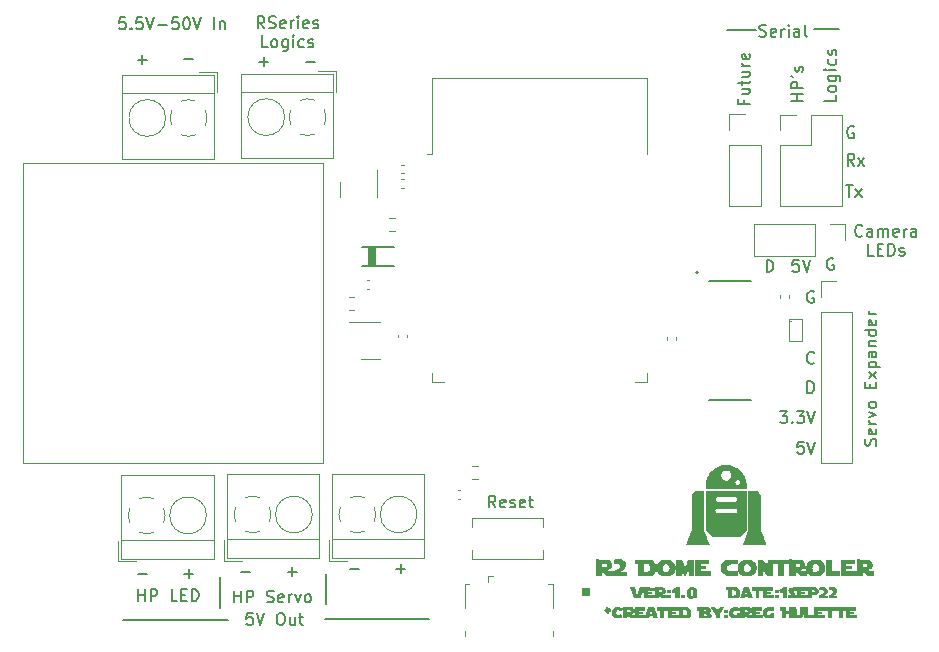
<source format=gbr>
%TF.GenerationSoftware,KiCad,Pcbnew,(6.0.0-0)*%
%TF.CreationDate,2022-09-02T11:48:13-04:00*%
%TF.ProjectId,Dome_Controller,446f6d65-5f43-46f6-9e74-726f6c6c6572,rev?*%
%TF.SameCoordinates,Original*%
%TF.FileFunction,Legend,Top*%
%TF.FilePolarity,Positive*%
%FSLAX46Y46*%
G04 Gerber Fmt 4.6, Leading zero omitted, Abs format (unit mm)*
G04 Created by KiCad (PCBNEW (6.0.0-0)) date 2022-09-02 11:48:13*
%MOMM*%
%LPD*%
G01*
G04 APERTURE LIST*
%ADD10C,0.150000*%
%ADD11C,0.120000*%
%ADD12C,0.127000*%
%ADD13C,0.010000*%
%ADD14C,0.300000*%
%ADD15C,0.101600*%
%ADD16C,0.103000*%
%ADD17C,0.200000*%
G04 APERTURE END LIST*
D10*
X113761904Y-98972380D02*
X113428571Y-98496190D01*
X113190476Y-98972380D02*
X113190476Y-97972380D01*
X113571428Y-97972380D01*
X113666666Y-98020000D01*
X113714285Y-98067619D01*
X113761904Y-98162857D01*
X113761904Y-98305714D01*
X113714285Y-98400952D01*
X113666666Y-98448571D01*
X113571428Y-98496190D01*
X113190476Y-98496190D01*
X114571428Y-98924761D02*
X114476190Y-98972380D01*
X114285714Y-98972380D01*
X114190476Y-98924761D01*
X114142857Y-98829523D01*
X114142857Y-98448571D01*
X114190476Y-98353333D01*
X114285714Y-98305714D01*
X114476190Y-98305714D01*
X114571428Y-98353333D01*
X114619047Y-98448571D01*
X114619047Y-98543809D01*
X114142857Y-98639047D01*
X115000000Y-98924761D02*
X115095238Y-98972380D01*
X115285714Y-98972380D01*
X115380952Y-98924761D01*
X115428571Y-98829523D01*
X115428571Y-98781904D01*
X115380952Y-98686666D01*
X115285714Y-98639047D01*
X115142857Y-98639047D01*
X115047619Y-98591428D01*
X115000000Y-98496190D01*
X115000000Y-98448571D01*
X115047619Y-98353333D01*
X115142857Y-98305714D01*
X115285714Y-98305714D01*
X115380952Y-98353333D01*
X116238095Y-98924761D02*
X116142857Y-98972380D01*
X115952380Y-98972380D01*
X115857142Y-98924761D01*
X115809523Y-98829523D01*
X115809523Y-98448571D01*
X115857142Y-98353333D01*
X115952380Y-98305714D01*
X116142857Y-98305714D01*
X116238095Y-98353333D01*
X116285714Y-98448571D01*
X116285714Y-98543809D01*
X115809523Y-98639047D01*
X116571428Y-98305714D02*
X116952380Y-98305714D01*
X116714285Y-97972380D02*
X116714285Y-98829523D01*
X116761904Y-98924761D01*
X116857142Y-98972380D01*
X116952380Y-98972380D01*
X99410000Y-104570000D02*
X99410000Y-107150000D01*
X135810000Y-58540000D02*
X133330000Y-58540000D01*
X91120000Y-108540000D02*
X82250000Y-108540000D01*
X90440000Y-104880000D02*
X90440000Y-107460000D01*
X140740000Y-58500000D02*
X142830000Y-58500000D01*
X108165000Y-108380000D02*
X99295000Y-108380000D01*
X144820000Y-75952142D02*
X144772380Y-75999761D01*
X144629523Y-76047380D01*
X144534285Y-76047380D01*
X144391428Y-75999761D01*
X144296190Y-75904523D01*
X144248571Y-75809285D01*
X144200952Y-75618809D01*
X144200952Y-75475952D01*
X144248571Y-75285476D01*
X144296190Y-75190238D01*
X144391428Y-75095000D01*
X144534285Y-75047380D01*
X144629523Y-75047380D01*
X144772380Y-75095000D01*
X144820000Y-75142619D01*
X145677142Y-76047380D02*
X145677142Y-75523571D01*
X145629523Y-75428333D01*
X145534285Y-75380714D01*
X145343809Y-75380714D01*
X145248571Y-75428333D01*
X145677142Y-75999761D02*
X145581904Y-76047380D01*
X145343809Y-76047380D01*
X145248571Y-75999761D01*
X145200952Y-75904523D01*
X145200952Y-75809285D01*
X145248571Y-75714047D01*
X145343809Y-75666428D01*
X145581904Y-75666428D01*
X145677142Y-75618809D01*
X146153333Y-76047380D02*
X146153333Y-75380714D01*
X146153333Y-75475952D02*
X146200952Y-75428333D01*
X146296190Y-75380714D01*
X146439047Y-75380714D01*
X146534285Y-75428333D01*
X146581904Y-75523571D01*
X146581904Y-76047380D01*
X146581904Y-75523571D02*
X146629523Y-75428333D01*
X146724761Y-75380714D01*
X146867619Y-75380714D01*
X146962857Y-75428333D01*
X147010476Y-75523571D01*
X147010476Y-76047380D01*
X147867619Y-75999761D02*
X147772380Y-76047380D01*
X147581904Y-76047380D01*
X147486666Y-75999761D01*
X147439047Y-75904523D01*
X147439047Y-75523571D01*
X147486666Y-75428333D01*
X147581904Y-75380714D01*
X147772380Y-75380714D01*
X147867619Y-75428333D01*
X147915238Y-75523571D01*
X147915238Y-75618809D01*
X147439047Y-75714047D01*
X148343809Y-76047380D02*
X148343809Y-75380714D01*
X148343809Y-75571190D02*
X148391428Y-75475952D01*
X148439047Y-75428333D01*
X148534285Y-75380714D01*
X148629523Y-75380714D01*
X149391428Y-76047380D02*
X149391428Y-75523571D01*
X149343809Y-75428333D01*
X149248571Y-75380714D01*
X149058095Y-75380714D01*
X148962857Y-75428333D01*
X149391428Y-75999761D02*
X149296190Y-76047380D01*
X149058095Y-76047380D01*
X148962857Y-75999761D01*
X148915238Y-75904523D01*
X148915238Y-75809285D01*
X148962857Y-75714047D01*
X149058095Y-75666428D01*
X149296190Y-75666428D01*
X149391428Y-75618809D01*
X145772380Y-77657380D02*
X145296190Y-77657380D01*
X145296190Y-76657380D01*
X146105714Y-77133571D02*
X146439047Y-77133571D01*
X146581904Y-77657380D02*
X146105714Y-77657380D01*
X146105714Y-76657380D01*
X146581904Y-76657380D01*
X147010476Y-77657380D02*
X147010476Y-76657380D01*
X147248571Y-76657380D01*
X147391428Y-76705000D01*
X147486666Y-76800238D01*
X147534285Y-76895476D01*
X147581904Y-77085952D01*
X147581904Y-77228809D01*
X147534285Y-77419285D01*
X147486666Y-77514523D01*
X147391428Y-77609761D01*
X147248571Y-77657380D01*
X147010476Y-77657380D01*
X147962857Y-77609761D02*
X148058095Y-77657380D01*
X148248571Y-77657380D01*
X148343809Y-77609761D01*
X148391428Y-77514523D01*
X148391428Y-77466904D01*
X148343809Y-77371666D01*
X148248571Y-77324047D01*
X148105714Y-77324047D01*
X148010476Y-77276428D01*
X147962857Y-77181190D01*
X147962857Y-77133571D01*
X148010476Y-77038333D01*
X148105714Y-76990714D01*
X148248571Y-76990714D01*
X148343809Y-77038333D01*
X93196666Y-107912380D02*
X92720476Y-107912380D01*
X92672857Y-108388571D01*
X92720476Y-108340952D01*
X92815714Y-108293333D01*
X93053809Y-108293333D01*
X93149047Y-108340952D01*
X93196666Y-108388571D01*
X93244285Y-108483809D01*
X93244285Y-108721904D01*
X93196666Y-108817142D01*
X93149047Y-108864761D01*
X93053809Y-108912380D01*
X92815714Y-108912380D01*
X92720476Y-108864761D01*
X92672857Y-108817142D01*
X93530000Y-107912380D02*
X93863333Y-108912380D01*
X94196666Y-107912380D01*
X95482380Y-107912380D02*
X95672857Y-107912380D01*
X95768095Y-107960000D01*
X95863333Y-108055238D01*
X95910952Y-108245714D01*
X95910952Y-108579047D01*
X95863333Y-108769523D01*
X95768095Y-108864761D01*
X95672857Y-108912380D01*
X95482380Y-108912380D01*
X95387142Y-108864761D01*
X95291904Y-108769523D01*
X95244285Y-108579047D01*
X95244285Y-108245714D01*
X95291904Y-108055238D01*
X95387142Y-107960000D01*
X95482380Y-107912380D01*
X96768095Y-108245714D02*
X96768095Y-108912380D01*
X96339523Y-108245714D02*
X96339523Y-108769523D01*
X96387142Y-108864761D01*
X96482380Y-108912380D01*
X96625238Y-108912380D01*
X96720476Y-108864761D01*
X96768095Y-108817142D01*
X97101428Y-108245714D02*
X97482380Y-108245714D01*
X97244285Y-107912380D02*
X97244285Y-108769523D01*
X97291904Y-108864761D01*
X97387142Y-108912380D01*
X97482380Y-108912380D01*
X83526190Y-106912380D02*
X83526190Y-105912380D01*
X83526190Y-106388571D02*
X84097619Y-106388571D01*
X84097619Y-106912380D02*
X84097619Y-105912380D01*
X84573809Y-106912380D02*
X84573809Y-105912380D01*
X84954761Y-105912380D01*
X85050000Y-105960000D01*
X85097619Y-106007619D01*
X85145238Y-106102857D01*
X85145238Y-106245714D01*
X85097619Y-106340952D01*
X85050000Y-106388571D01*
X84954761Y-106436190D01*
X84573809Y-106436190D01*
X86811904Y-106912380D02*
X86335714Y-106912380D01*
X86335714Y-105912380D01*
X87145238Y-106388571D02*
X87478571Y-106388571D01*
X87621428Y-106912380D02*
X87145238Y-106912380D01*
X87145238Y-105912380D01*
X87621428Y-105912380D01*
X88050000Y-106912380D02*
X88050000Y-105912380D01*
X88288095Y-105912380D01*
X88430952Y-105960000D01*
X88526190Y-106055238D01*
X88573809Y-106150476D01*
X88621428Y-106340952D01*
X88621428Y-106483809D01*
X88573809Y-106674285D01*
X88526190Y-106769523D01*
X88430952Y-106864761D01*
X88288095Y-106912380D01*
X88050000Y-106912380D01*
X145964761Y-93732857D02*
X146012380Y-93590000D01*
X146012380Y-93351904D01*
X145964761Y-93256666D01*
X145917142Y-93209047D01*
X145821904Y-93161428D01*
X145726666Y-93161428D01*
X145631428Y-93209047D01*
X145583809Y-93256666D01*
X145536190Y-93351904D01*
X145488571Y-93542380D01*
X145440952Y-93637619D01*
X145393333Y-93685238D01*
X145298095Y-93732857D01*
X145202857Y-93732857D01*
X145107619Y-93685238D01*
X145060000Y-93637619D01*
X145012380Y-93542380D01*
X145012380Y-93304285D01*
X145060000Y-93161428D01*
X145964761Y-92351904D02*
X146012380Y-92447142D01*
X146012380Y-92637619D01*
X145964761Y-92732857D01*
X145869523Y-92780476D01*
X145488571Y-92780476D01*
X145393333Y-92732857D01*
X145345714Y-92637619D01*
X145345714Y-92447142D01*
X145393333Y-92351904D01*
X145488571Y-92304285D01*
X145583809Y-92304285D01*
X145679047Y-92780476D01*
X146012380Y-91875714D02*
X145345714Y-91875714D01*
X145536190Y-91875714D02*
X145440952Y-91828095D01*
X145393333Y-91780476D01*
X145345714Y-91685238D01*
X145345714Y-91590000D01*
X145345714Y-91351904D02*
X146012380Y-91113809D01*
X145345714Y-90875714D01*
X146012380Y-90351904D02*
X145964761Y-90447142D01*
X145917142Y-90494761D01*
X145821904Y-90542380D01*
X145536190Y-90542380D01*
X145440952Y-90494761D01*
X145393333Y-90447142D01*
X145345714Y-90351904D01*
X145345714Y-90209047D01*
X145393333Y-90113809D01*
X145440952Y-90066190D01*
X145536190Y-90018571D01*
X145821904Y-90018571D01*
X145917142Y-90066190D01*
X145964761Y-90113809D01*
X146012380Y-90209047D01*
X146012380Y-90351904D01*
X145488571Y-88828095D02*
X145488571Y-88494761D01*
X146012380Y-88351904D02*
X146012380Y-88828095D01*
X145012380Y-88828095D01*
X145012380Y-88351904D01*
X146012380Y-88018571D02*
X145345714Y-87494761D01*
X145345714Y-88018571D02*
X146012380Y-87494761D01*
X145345714Y-87113809D02*
X146345714Y-87113809D01*
X145393333Y-87113809D02*
X145345714Y-87018571D01*
X145345714Y-86828095D01*
X145393333Y-86732857D01*
X145440952Y-86685238D01*
X145536190Y-86637619D01*
X145821904Y-86637619D01*
X145917142Y-86685238D01*
X145964761Y-86732857D01*
X146012380Y-86828095D01*
X146012380Y-87018571D01*
X145964761Y-87113809D01*
X146012380Y-85780476D02*
X145488571Y-85780476D01*
X145393333Y-85828095D01*
X145345714Y-85923333D01*
X145345714Y-86113809D01*
X145393333Y-86209047D01*
X145964761Y-85780476D02*
X146012380Y-85875714D01*
X146012380Y-86113809D01*
X145964761Y-86209047D01*
X145869523Y-86256666D01*
X145774285Y-86256666D01*
X145679047Y-86209047D01*
X145631428Y-86113809D01*
X145631428Y-85875714D01*
X145583809Y-85780476D01*
X145345714Y-85304285D02*
X146012380Y-85304285D01*
X145440952Y-85304285D02*
X145393333Y-85256666D01*
X145345714Y-85161428D01*
X145345714Y-85018571D01*
X145393333Y-84923333D01*
X145488571Y-84875714D01*
X146012380Y-84875714D01*
X146012380Y-83970952D02*
X145012380Y-83970952D01*
X145964761Y-83970952D02*
X146012380Y-84066190D01*
X146012380Y-84256666D01*
X145964761Y-84351904D01*
X145917142Y-84399523D01*
X145821904Y-84447142D01*
X145536190Y-84447142D01*
X145440952Y-84399523D01*
X145393333Y-84351904D01*
X145345714Y-84256666D01*
X145345714Y-84066190D01*
X145393333Y-83970952D01*
X145964761Y-83113809D02*
X146012380Y-83209047D01*
X146012380Y-83399523D01*
X145964761Y-83494761D01*
X145869523Y-83542380D01*
X145488571Y-83542380D01*
X145393333Y-83494761D01*
X145345714Y-83399523D01*
X145345714Y-83209047D01*
X145393333Y-83113809D01*
X145488571Y-83066190D01*
X145583809Y-83066190D01*
X145679047Y-83542380D01*
X146012380Y-82637619D02*
X145345714Y-82637619D01*
X145536190Y-82637619D02*
X145440952Y-82590000D01*
X145393333Y-82542380D01*
X145345714Y-82447142D01*
X145345714Y-82351904D01*
X143425237Y-71692380D02*
X143996666Y-71692380D01*
X143710952Y-72692380D02*
X143710952Y-71692380D01*
X144234761Y-72692380D02*
X144758571Y-72025714D01*
X144234761Y-72025714D02*
X144758571Y-72692380D01*
X88190952Y-104588571D02*
X87429047Y-104588571D01*
X87810000Y-104207619D02*
X87810000Y-104969523D01*
X83469047Y-61061428D02*
X84230952Y-61061428D01*
X83850000Y-61442380D02*
X83850000Y-60680476D01*
X93010952Y-104468571D02*
X92249047Y-104468571D01*
X87379047Y-61031428D02*
X88140952Y-61031428D01*
X93779047Y-61251428D02*
X94540952Y-61251428D01*
X94160000Y-61632380D02*
X94160000Y-60870476D01*
X139844761Y-93412380D02*
X139368571Y-93412380D01*
X139320952Y-93888571D01*
X139368571Y-93840952D01*
X139463809Y-93793333D01*
X139701904Y-93793333D01*
X139797142Y-93840952D01*
X139844761Y-93888571D01*
X139892380Y-93983809D01*
X139892380Y-94221904D01*
X139844761Y-94317142D01*
X139797142Y-94364761D01*
X139701904Y-94412380D01*
X139463809Y-94412380D01*
X139368571Y-94364761D01*
X139320952Y-94317142D01*
X140178095Y-93412380D02*
X140511428Y-94412380D01*
X140844761Y-93412380D01*
X142361904Y-77910000D02*
X142266666Y-77862380D01*
X142123809Y-77862380D01*
X141980952Y-77910000D01*
X141885714Y-78005238D01*
X141838095Y-78100476D01*
X141790476Y-78290952D01*
X141790476Y-78433809D01*
X141838095Y-78624285D01*
X141885714Y-78719523D01*
X141980952Y-78814761D01*
X142123809Y-78862380D01*
X142219047Y-78862380D01*
X142361904Y-78814761D01*
X142409523Y-78767142D01*
X142409523Y-78433809D01*
X142219047Y-78433809D01*
X91645714Y-107012380D02*
X91645714Y-106012380D01*
X91645714Y-106488571D02*
X92217142Y-106488571D01*
X92217142Y-107012380D02*
X92217142Y-106012380D01*
X92693333Y-107012380D02*
X92693333Y-106012380D01*
X93074285Y-106012380D01*
X93169523Y-106060000D01*
X93217142Y-106107619D01*
X93264761Y-106202857D01*
X93264761Y-106345714D01*
X93217142Y-106440952D01*
X93169523Y-106488571D01*
X93074285Y-106536190D01*
X92693333Y-106536190D01*
X94407619Y-106964761D02*
X94550476Y-107012380D01*
X94788571Y-107012380D01*
X94883809Y-106964761D01*
X94931428Y-106917142D01*
X94979047Y-106821904D01*
X94979047Y-106726666D01*
X94931428Y-106631428D01*
X94883809Y-106583809D01*
X94788571Y-106536190D01*
X94598095Y-106488571D01*
X94502857Y-106440952D01*
X94455238Y-106393333D01*
X94407619Y-106298095D01*
X94407619Y-106202857D01*
X94455238Y-106107619D01*
X94502857Y-106060000D01*
X94598095Y-106012380D01*
X94836190Y-106012380D01*
X94979047Y-106060000D01*
X95788571Y-106964761D02*
X95693333Y-107012380D01*
X95502857Y-107012380D01*
X95407619Y-106964761D01*
X95360000Y-106869523D01*
X95360000Y-106488571D01*
X95407619Y-106393333D01*
X95502857Y-106345714D01*
X95693333Y-106345714D01*
X95788571Y-106393333D01*
X95836190Y-106488571D01*
X95836190Y-106583809D01*
X95360000Y-106679047D01*
X96264761Y-107012380D02*
X96264761Y-106345714D01*
X96264761Y-106536190D02*
X96312380Y-106440952D01*
X96360000Y-106393333D01*
X96455238Y-106345714D01*
X96550476Y-106345714D01*
X96788571Y-106345714D02*
X97026666Y-107012380D01*
X97264761Y-106345714D01*
X97788571Y-107012380D02*
X97693333Y-106964761D01*
X97645714Y-106917142D01*
X97598095Y-106821904D01*
X97598095Y-106536190D01*
X97645714Y-106440952D01*
X97693333Y-106393333D01*
X97788571Y-106345714D01*
X97931428Y-106345714D01*
X98026666Y-106393333D01*
X98074285Y-106440952D01*
X98121904Y-106536190D01*
X98121904Y-106821904D01*
X98074285Y-106917142D01*
X98026666Y-106964761D01*
X97931428Y-107012380D01*
X97788571Y-107012380D01*
X140178095Y-89292380D02*
X140178095Y-88292380D01*
X140416190Y-88292380D01*
X140559047Y-88340000D01*
X140654285Y-88435238D01*
X140701904Y-88530476D01*
X140749523Y-88720952D01*
X140749523Y-88863809D01*
X140701904Y-89054285D01*
X140654285Y-89149523D01*
X140559047Y-89244761D01*
X140416190Y-89292380D01*
X140178095Y-89292380D01*
X96920952Y-104438571D02*
X96159047Y-104438571D01*
X96540000Y-104057619D02*
X96540000Y-104819523D01*
X140701904Y-80710000D02*
X140606666Y-80662380D01*
X140463809Y-80662380D01*
X140320952Y-80710000D01*
X140225714Y-80805238D01*
X140178095Y-80900476D01*
X140130476Y-81090952D01*
X140130476Y-81233809D01*
X140178095Y-81424285D01*
X140225714Y-81519523D01*
X140320952Y-81614761D01*
X140463809Y-81662380D01*
X140559047Y-81662380D01*
X140701904Y-81614761D01*
X140749523Y-81567142D01*
X140749523Y-81233809D01*
X140559047Y-81233809D01*
X139782380Y-64551429D02*
X138782380Y-64551429D01*
X139258571Y-64551429D02*
X139258571Y-63980000D01*
X139782380Y-63980000D02*
X138782380Y-63980000D01*
X139782380Y-63503810D02*
X138782380Y-63503810D01*
X138782380Y-63122858D01*
X138830000Y-63027619D01*
X138877619Y-62980000D01*
X138972857Y-62932381D01*
X139115714Y-62932381D01*
X139210952Y-62980000D01*
X139258571Y-63027619D01*
X139306190Y-63122858D01*
X139306190Y-63503810D01*
X138782380Y-62456191D02*
X138972857Y-62551429D01*
X139734761Y-62075238D02*
X139782380Y-61980000D01*
X139782380Y-61789524D01*
X139734761Y-61694286D01*
X139639523Y-61646667D01*
X139591904Y-61646667D01*
X139496666Y-61694286D01*
X139449047Y-61789524D01*
X139449047Y-61932381D01*
X139401428Y-62027619D01*
X139306190Y-62075238D01*
X139258571Y-62075238D01*
X139163333Y-62027619D01*
X139115714Y-61932381D01*
X139115714Y-61789524D01*
X139163333Y-61694286D01*
X82423809Y-57482380D02*
X81947619Y-57482380D01*
X81900000Y-57958571D01*
X81947619Y-57910952D01*
X82042857Y-57863333D01*
X82280952Y-57863333D01*
X82376190Y-57910952D01*
X82423809Y-57958571D01*
X82471428Y-58053809D01*
X82471428Y-58291904D01*
X82423809Y-58387142D01*
X82376190Y-58434761D01*
X82280952Y-58482380D01*
X82042857Y-58482380D01*
X81947619Y-58434761D01*
X81900000Y-58387142D01*
X82900000Y-58387142D02*
X82947619Y-58434761D01*
X82900000Y-58482380D01*
X82852380Y-58434761D01*
X82900000Y-58387142D01*
X82900000Y-58482380D01*
X83852380Y-57482380D02*
X83376190Y-57482380D01*
X83328571Y-57958571D01*
X83376190Y-57910952D01*
X83471428Y-57863333D01*
X83709523Y-57863333D01*
X83804761Y-57910952D01*
X83852380Y-57958571D01*
X83900000Y-58053809D01*
X83900000Y-58291904D01*
X83852380Y-58387142D01*
X83804761Y-58434761D01*
X83709523Y-58482380D01*
X83471428Y-58482380D01*
X83376190Y-58434761D01*
X83328571Y-58387142D01*
X84185714Y-57482380D02*
X84519047Y-58482380D01*
X84852380Y-57482380D01*
X85185714Y-58101428D02*
X85947619Y-58101428D01*
X86900000Y-57482380D02*
X86423809Y-57482380D01*
X86376190Y-57958571D01*
X86423809Y-57910952D01*
X86519047Y-57863333D01*
X86757142Y-57863333D01*
X86852380Y-57910952D01*
X86900000Y-57958571D01*
X86947619Y-58053809D01*
X86947619Y-58291904D01*
X86900000Y-58387142D01*
X86852380Y-58434761D01*
X86757142Y-58482380D01*
X86519047Y-58482380D01*
X86423809Y-58434761D01*
X86376190Y-58387142D01*
X87566666Y-57482380D02*
X87661904Y-57482380D01*
X87757142Y-57530000D01*
X87804761Y-57577619D01*
X87852380Y-57672857D01*
X87900000Y-57863333D01*
X87900000Y-58101428D01*
X87852380Y-58291904D01*
X87804761Y-58387142D01*
X87757142Y-58434761D01*
X87661904Y-58482380D01*
X87566666Y-58482380D01*
X87471428Y-58434761D01*
X87423809Y-58387142D01*
X87376190Y-58291904D01*
X87328571Y-58101428D01*
X87328571Y-57863333D01*
X87376190Y-57672857D01*
X87423809Y-57577619D01*
X87471428Y-57530000D01*
X87566666Y-57482380D01*
X88185714Y-57482380D02*
X88519047Y-58482380D01*
X88852380Y-57482380D01*
X89947619Y-58482380D02*
X89947619Y-57482380D01*
X90423809Y-57815714D02*
X90423809Y-58482380D01*
X90423809Y-57910952D02*
X90471428Y-57863333D01*
X90566666Y-57815714D01*
X90709523Y-57815714D01*
X90804761Y-57863333D01*
X90852380Y-57958571D01*
X90852380Y-58482380D01*
X94183809Y-58407380D02*
X93850476Y-57931190D01*
X93612380Y-58407380D02*
X93612380Y-57407380D01*
X93993333Y-57407380D01*
X94088571Y-57455000D01*
X94136190Y-57502619D01*
X94183809Y-57597857D01*
X94183809Y-57740714D01*
X94136190Y-57835952D01*
X94088571Y-57883571D01*
X93993333Y-57931190D01*
X93612380Y-57931190D01*
X94564761Y-58359761D02*
X94707619Y-58407380D01*
X94945714Y-58407380D01*
X95040952Y-58359761D01*
X95088571Y-58312142D01*
X95136190Y-58216904D01*
X95136190Y-58121666D01*
X95088571Y-58026428D01*
X95040952Y-57978809D01*
X94945714Y-57931190D01*
X94755238Y-57883571D01*
X94660000Y-57835952D01*
X94612380Y-57788333D01*
X94564761Y-57693095D01*
X94564761Y-57597857D01*
X94612380Y-57502619D01*
X94660000Y-57455000D01*
X94755238Y-57407380D01*
X94993333Y-57407380D01*
X95136190Y-57455000D01*
X95945714Y-58359761D02*
X95850476Y-58407380D01*
X95660000Y-58407380D01*
X95564761Y-58359761D01*
X95517142Y-58264523D01*
X95517142Y-57883571D01*
X95564761Y-57788333D01*
X95660000Y-57740714D01*
X95850476Y-57740714D01*
X95945714Y-57788333D01*
X95993333Y-57883571D01*
X95993333Y-57978809D01*
X95517142Y-58074047D01*
X96421904Y-58407380D02*
X96421904Y-57740714D01*
X96421904Y-57931190D02*
X96469523Y-57835952D01*
X96517142Y-57788333D01*
X96612380Y-57740714D01*
X96707619Y-57740714D01*
X97040952Y-58407380D02*
X97040952Y-57740714D01*
X97040952Y-57407380D02*
X96993333Y-57455000D01*
X97040952Y-57502619D01*
X97088571Y-57455000D01*
X97040952Y-57407380D01*
X97040952Y-57502619D01*
X97898095Y-58359761D02*
X97802857Y-58407380D01*
X97612380Y-58407380D01*
X97517142Y-58359761D01*
X97469523Y-58264523D01*
X97469523Y-57883571D01*
X97517142Y-57788333D01*
X97612380Y-57740714D01*
X97802857Y-57740714D01*
X97898095Y-57788333D01*
X97945714Y-57883571D01*
X97945714Y-57978809D01*
X97469523Y-58074047D01*
X98326666Y-58359761D02*
X98421904Y-58407380D01*
X98612380Y-58407380D01*
X98707619Y-58359761D01*
X98755238Y-58264523D01*
X98755238Y-58216904D01*
X98707619Y-58121666D01*
X98612380Y-58074047D01*
X98469523Y-58074047D01*
X98374285Y-58026428D01*
X98326666Y-57931190D01*
X98326666Y-57883571D01*
X98374285Y-57788333D01*
X98469523Y-57740714D01*
X98612380Y-57740714D01*
X98707619Y-57788333D01*
X94493333Y-60017380D02*
X94017142Y-60017380D01*
X94017142Y-59017380D01*
X94969523Y-60017380D02*
X94874285Y-59969761D01*
X94826666Y-59922142D01*
X94779047Y-59826904D01*
X94779047Y-59541190D01*
X94826666Y-59445952D01*
X94874285Y-59398333D01*
X94969523Y-59350714D01*
X95112380Y-59350714D01*
X95207619Y-59398333D01*
X95255238Y-59445952D01*
X95302857Y-59541190D01*
X95302857Y-59826904D01*
X95255238Y-59922142D01*
X95207619Y-59969761D01*
X95112380Y-60017380D01*
X94969523Y-60017380D01*
X96160000Y-59350714D02*
X96160000Y-60160238D01*
X96112380Y-60255476D01*
X96064761Y-60303095D01*
X95969523Y-60350714D01*
X95826666Y-60350714D01*
X95731428Y-60303095D01*
X96160000Y-59969761D02*
X96064761Y-60017380D01*
X95874285Y-60017380D01*
X95779047Y-59969761D01*
X95731428Y-59922142D01*
X95683809Y-59826904D01*
X95683809Y-59541190D01*
X95731428Y-59445952D01*
X95779047Y-59398333D01*
X95874285Y-59350714D01*
X96064761Y-59350714D01*
X96160000Y-59398333D01*
X96636190Y-60017380D02*
X96636190Y-59350714D01*
X96636190Y-59017380D02*
X96588571Y-59065000D01*
X96636190Y-59112619D01*
X96683809Y-59065000D01*
X96636190Y-59017380D01*
X96636190Y-59112619D01*
X97540952Y-59969761D02*
X97445714Y-60017380D01*
X97255238Y-60017380D01*
X97160000Y-59969761D01*
X97112380Y-59922142D01*
X97064761Y-59826904D01*
X97064761Y-59541190D01*
X97112380Y-59445952D01*
X97160000Y-59398333D01*
X97255238Y-59350714D01*
X97445714Y-59350714D01*
X97540952Y-59398333D01*
X97921904Y-59969761D02*
X98017142Y-60017380D01*
X98207619Y-60017380D01*
X98302857Y-59969761D01*
X98350476Y-59874523D01*
X98350476Y-59826904D01*
X98302857Y-59731666D01*
X98207619Y-59684047D01*
X98064761Y-59684047D01*
X97969523Y-59636428D01*
X97921904Y-59541190D01*
X97921904Y-59493571D01*
X97969523Y-59398333D01*
X98064761Y-59350714D01*
X98207619Y-59350714D01*
X98302857Y-59398333D01*
X136113809Y-59064761D02*
X136256666Y-59112380D01*
X136494761Y-59112380D01*
X136590000Y-59064761D01*
X136637619Y-59017142D01*
X136685238Y-58921904D01*
X136685238Y-58826666D01*
X136637619Y-58731428D01*
X136590000Y-58683809D01*
X136494761Y-58636190D01*
X136304285Y-58588571D01*
X136209047Y-58540952D01*
X136161428Y-58493333D01*
X136113809Y-58398095D01*
X136113809Y-58302857D01*
X136161428Y-58207619D01*
X136209047Y-58160000D01*
X136304285Y-58112380D01*
X136542380Y-58112380D01*
X136685238Y-58160000D01*
X137494761Y-59064761D02*
X137399523Y-59112380D01*
X137209047Y-59112380D01*
X137113809Y-59064761D01*
X137066190Y-58969523D01*
X137066190Y-58588571D01*
X137113809Y-58493333D01*
X137209047Y-58445714D01*
X137399523Y-58445714D01*
X137494761Y-58493333D01*
X137542380Y-58588571D01*
X137542380Y-58683809D01*
X137066190Y-58779047D01*
X137970952Y-59112380D02*
X137970952Y-58445714D01*
X137970952Y-58636190D02*
X138018571Y-58540952D01*
X138066190Y-58493333D01*
X138161428Y-58445714D01*
X138256666Y-58445714D01*
X138590000Y-59112380D02*
X138590000Y-58445714D01*
X138590000Y-58112380D02*
X138542380Y-58160000D01*
X138590000Y-58207619D01*
X138637619Y-58160000D01*
X138590000Y-58112380D01*
X138590000Y-58207619D01*
X139494761Y-59112380D02*
X139494761Y-58588571D01*
X139447142Y-58493333D01*
X139351904Y-58445714D01*
X139161428Y-58445714D01*
X139066190Y-58493333D01*
X139494761Y-59064761D02*
X139399523Y-59112380D01*
X139161428Y-59112380D01*
X139066190Y-59064761D01*
X139018571Y-58969523D01*
X139018571Y-58874285D01*
X139066190Y-58779047D01*
X139161428Y-58731428D01*
X139399523Y-58731428D01*
X139494761Y-58683809D01*
X140113809Y-59112380D02*
X140018571Y-59064761D01*
X139970952Y-58969523D01*
X139970952Y-58112380D01*
X137844761Y-90822380D02*
X138463809Y-90822380D01*
X138130475Y-91203333D01*
X138273332Y-91203333D01*
X138368571Y-91250952D01*
X138416190Y-91298571D01*
X138463809Y-91393809D01*
X138463809Y-91631904D01*
X138416190Y-91727142D01*
X138368571Y-91774761D01*
X138273332Y-91822380D01*
X137987618Y-91822380D01*
X137892380Y-91774761D01*
X137844761Y-91727142D01*
X138892380Y-91727142D02*
X138939999Y-91774761D01*
X138892380Y-91822380D01*
X138844761Y-91774761D01*
X138892380Y-91727142D01*
X138892380Y-91822380D01*
X139273332Y-90822380D02*
X139892380Y-90822380D01*
X139559047Y-91203333D01*
X139701904Y-91203333D01*
X139797142Y-91250952D01*
X139844761Y-91298571D01*
X139892380Y-91393809D01*
X139892380Y-91631904D01*
X139844761Y-91727142D01*
X139797142Y-91774761D01*
X139701904Y-91822380D01*
X139416190Y-91822380D01*
X139320952Y-91774761D01*
X139273332Y-91727142D01*
X140178094Y-90822380D02*
X140511428Y-91822380D01*
X140844761Y-90822380D01*
X142612380Y-64075238D02*
X142612380Y-64551429D01*
X141612380Y-64551429D01*
X142612380Y-63599048D02*
X142564761Y-63694286D01*
X142517142Y-63741905D01*
X142421904Y-63789524D01*
X142136190Y-63789524D01*
X142040952Y-63741905D01*
X141993333Y-63694286D01*
X141945714Y-63599048D01*
X141945714Y-63456191D01*
X141993333Y-63360952D01*
X142040952Y-63313333D01*
X142136190Y-63265714D01*
X142421904Y-63265714D01*
X142517142Y-63313333D01*
X142564761Y-63360952D01*
X142612380Y-63456191D01*
X142612380Y-63599048D01*
X141945714Y-62408572D02*
X142755238Y-62408572D01*
X142850476Y-62456191D01*
X142898095Y-62503810D01*
X142945714Y-62599048D01*
X142945714Y-62741905D01*
X142898095Y-62837143D01*
X142564761Y-62408572D02*
X142612380Y-62503810D01*
X142612380Y-62694286D01*
X142564761Y-62789524D01*
X142517142Y-62837143D01*
X142421904Y-62884762D01*
X142136190Y-62884762D01*
X142040952Y-62837143D01*
X141993333Y-62789524D01*
X141945714Y-62694286D01*
X141945714Y-62503810D01*
X141993333Y-62408572D01*
X142612380Y-61932381D02*
X141945714Y-61932381D01*
X141612380Y-61932381D02*
X141660000Y-61980000D01*
X141707619Y-61932381D01*
X141660000Y-61884762D01*
X141612380Y-61932381D01*
X141707619Y-61932381D01*
X142564761Y-61027619D02*
X142612380Y-61122857D01*
X142612380Y-61313333D01*
X142564761Y-61408572D01*
X142517142Y-61456191D01*
X142421904Y-61503810D01*
X142136190Y-61503810D01*
X142040952Y-61456191D01*
X141993333Y-61408572D01*
X141945714Y-61313333D01*
X141945714Y-61122857D01*
X141993333Y-61027619D01*
X142564761Y-60646667D02*
X142612380Y-60551429D01*
X142612380Y-60360952D01*
X142564761Y-60265714D01*
X142469523Y-60218095D01*
X142421904Y-60218095D01*
X142326666Y-60265714D01*
X142279047Y-60360952D01*
X142279047Y-60503810D01*
X142231428Y-60599048D01*
X142136190Y-60646667D01*
X142088571Y-60646667D01*
X141993333Y-60599048D01*
X141945714Y-60503810D01*
X141945714Y-60360952D01*
X141993333Y-60265714D01*
X136718095Y-79032380D02*
X136718095Y-78032380D01*
X136956190Y-78032380D01*
X137099047Y-78080000D01*
X137194285Y-78175238D01*
X137241904Y-78270476D01*
X137289523Y-78460952D01*
X137289523Y-78603809D01*
X137241904Y-78794285D01*
X137194285Y-78889523D01*
X137099047Y-78984761D01*
X136956190Y-79032380D01*
X136718095Y-79032380D01*
X144139523Y-70032380D02*
X143806190Y-69556190D01*
X143568095Y-70032380D02*
X143568095Y-69032380D01*
X143949047Y-69032380D01*
X144044285Y-69080000D01*
X144091904Y-69127619D01*
X144139523Y-69222857D01*
X144139523Y-69365714D01*
X144091904Y-69460952D01*
X144044285Y-69508571D01*
X143949047Y-69556190D01*
X143568095Y-69556190D01*
X144472857Y-70032380D02*
X144996666Y-69365714D01*
X144472857Y-69365714D02*
X144996666Y-70032380D01*
X134778571Y-64495714D02*
X134778571Y-64829047D01*
X135302380Y-64829047D02*
X134302380Y-64829047D01*
X134302380Y-64352857D01*
X134635714Y-63543333D02*
X135302380Y-63543333D01*
X134635714Y-63971904D02*
X135159523Y-63971904D01*
X135254761Y-63924285D01*
X135302380Y-63829047D01*
X135302380Y-63686190D01*
X135254761Y-63590952D01*
X135207142Y-63543333D01*
X134635714Y-63210000D02*
X134635714Y-62829047D01*
X134302380Y-63067142D02*
X135159523Y-63067142D01*
X135254761Y-63019523D01*
X135302380Y-62924285D01*
X135302380Y-62829047D01*
X134635714Y-62067142D02*
X135302380Y-62067142D01*
X134635714Y-62495714D02*
X135159523Y-62495714D01*
X135254761Y-62448095D01*
X135302380Y-62352857D01*
X135302380Y-62210000D01*
X135254761Y-62114761D01*
X135207142Y-62067142D01*
X135302380Y-61590952D02*
X134635714Y-61590952D01*
X134826190Y-61590952D02*
X134730952Y-61543333D01*
X134683333Y-61495714D01*
X134635714Y-61400476D01*
X134635714Y-61305238D01*
X135254761Y-60590952D02*
X135302380Y-60686190D01*
X135302380Y-60876666D01*
X135254761Y-60971904D01*
X135159523Y-61019523D01*
X134778571Y-61019523D01*
X134683333Y-60971904D01*
X134635714Y-60876666D01*
X134635714Y-60686190D01*
X134683333Y-60590952D01*
X134778571Y-60543333D01*
X134873809Y-60543333D01*
X134969047Y-61019523D01*
X84280952Y-104618571D02*
X83519047Y-104618571D01*
X106140952Y-104178571D02*
X105379047Y-104178571D01*
X105760000Y-103797619D02*
X105760000Y-104559523D01*
X139429523Y-78012380D02*
X138953333Y-78012380D01*
X138905714Y-78488571D01*
X138953333Y-78440952D01*
X139048571Y-78393333D01*
X139286666Y-78393333D01*
X139381904Y-78440952D01*
X139429523Y-78488571D01*
X139477142Y-78583809D01*
X139477142Y-78821904D01*
X139429523Y-78917142D01*
X139381904Y-78964761D01*
X139286666Y-79012380D01*
X139048571Y-79012380D01*
X138953333Y-78964761D01*
X138905714Y-78917142D01*
X139762857Y-78012380D02*
X140096190Y-79012380D01*
X140429523Y-78012380D01*
X97689047Y-61221428D02*
X98450952Y-61221428D01*
X144091904Y-66750000D02*
X143996666Y-66702380D01*
X143853809Y-66702380D01*
X143710952Y-66750000D01*
X143615714Y-66845238D01*
X143568095Y-66940476D01*
X143520476Y-67130952D01*
X143520476Y-67273809D01*
X143568095Y-67464285D01*
X143615714Y-67559523D01*
X143710952Y-67654761D01*
X143853809Y-67702380D01*
X143949047Y-67702380D01*
X144091904Y-67654761D01*
X144139523Y-67607142D01*
X144139523Y-67273809D01*
X143949047Y-67273809D01*
X102230952Y-104208571D02*
X101469047Y-104208571D01*
X140749523Y-86707142D02*
X140701904Y-86754761D01*
X140559047Y-86802380D01*
X140463809Y-86802380D01*
X140320952Y-86754761D01*
X140225714Y-86659523D01*
X140178095Y-86564285D01*
X140130476Y-86373809D01*
X140130476Y-86230952D01*
X140178095Y-86040476D01*
X140225714Y-85945238D01*
X140320952Y-85850000D01*
X140463809Y-85802380D01*
X140559047Y-85802380D01*
X140701904Y-85850000D01*
X140749523Y-85897619D01*
D11*
%TO.C,SW1*%
X111805000Y-99850000D02*
X111805000Y-100600000D01*
X117805000Y-100600000D02*
X117805000Y-99850000D01*
X111805000Y-99850000D02*
X117805000Y-99850000D01*
X117805000Y-102600000D02*
X117805000Y-103350000D01*
X111805000Y-103350000D02*
X111805000Y-102600000D01*
X117805000Y-103350000D02*
X111805000Y-103350000D01*
%TO.C,J5*%
X90180000Y-62100000D02*
X88680000Y-62100000D01*
X89940000Y-69460000D02*
X89940000Y-62340000D01*
X89940000Y-62340000D02*
X82120000Y-62340000D01*
X89940000Y-63900000D02*
X82120000Y-63900000D01*
X82120000Y-69460000D02*
X82120000Y-62340000D01*
X90180000Y-63840000D02*
X90180000Y-62100000D01*
X89940000Y-69460000D02*
X82120000Y-69460000D01*
X88388000Y-64568000D02*
G75*
G03*
X87752989Y-64444507I-607998J-1431988D01*
G01*
X86348000Y-65392000D02*
G75*
G03*
X86347891Y-66607742I1432003J-607999D01*
G01*
X87780000Y-64445000D02*
G75*
G03*
X87172413Y-64568615I-1J-1554997D01*
G01*
X87172000Y-67432000D02*
G75*
G03*
X88387742Y-67432109I607999J1432003D01*
G01*
X89212000Y-66608000D02*
G75*
G03*
X89212109Y-65392258I-1432003J607999D01*
G01*
X85835000Y-66000000D02*
G75*
G03*
X85835000Y-66000000I-1555000J0D01*
G01*
%TO.C,G\u002A\u002A\u002A*%
G36*
X140235065Y-108086623D02*
G01*
X140757360Y-108086623D01*
X140757360Y-107426883D01*
X141582035Y-107426883D01*
X141582035Y-107701775D01*
X141334633Y-107701775D01*
X141217089Y-107702693D01*
X141144049Y-107706999D01*
X141105049Y-107717018D01*
X141089626Y-107735076D01*
X141087230Y-107756753D01*
X141093248Y-107787459D01*
X141119684Y-107804052D01*
X141179112Y-107810721D01*
X141252165Y-107811731D01*
X141417100Y-107811731D01*
X141417100Y-107976666D01*
X141252165Y-107976666D01*
X141160045Y-107978672D01*
X141110269Y-107987484D01*
X141090262Y-108007294D01*
X141087230Y-108031645D01*
X141090849Y-108056171D01*
X141108186Y-108072078D01*
X141148962Y-108081217D01*
X141222895Y-108085439D01*
X141339707Y-108086596D01*
X141375866Y-108086623D01*
X141664503Y-108086623D01*
X141664503Y-108361515D01*
X139905195Y-108361515D01*
X139905195Y-107399394D01*
X140235065Y-107399394D01*
X140235065Y-108086623D01*
G37*
G36*
X138448269Y-106684675D02*
G01*
X138090910Y-106684675D01*
X138090910Y-106077115D01*
X137993949Y-106151070D01*
X137934023Y-106193309D01*
X137895089Y-106214243D01*
X137888463Y-106214320D01*
X137871704Y-106180945D01*
X137846872Y-106119619D01*
X137820956Y-106049391D01*
X137800946Y-105989311D01*
X137793830Y-105958429D01*
X137794251Y-105957526D01*
X137924468Y-105867431D01*
X138019284Y-105803928D01*
X138088535Y-105762366D01*
X138142060Y-105738096D01*
X138189695Y-105726468D01*
X138241279Y-105722832D01*
X138291400Y-105722554D01*
X138448269Y-105722554D01*
X138448269Y-106684675D01*
G37*
G36*
X133445239Y-107921688D02*
G01*
X133115368Y-107921688D01*
X133115368Y-107646796D01*
X133445239Y-107646796D01*
X133445239Y-107921688D01*
G37*
G36*
X134848552Y-107399394D02*
G01*
X135044347Y-107403574D01*
X135191965Y-107418287D01*
X135297722Y-107446793D01*
X135367936Y-107492352D01*
X135408923Y-107558221D01*
X135427002Y-107647662D01*
X135429386Y-107699083D01*
X135414815Y-107819582D01*
X135363978Y-107903588D01*
X135286717Y-107953591D01*
X135221937Y-107993863D01*
X135209680Y-108030893D01*
X135247496Y-108060579D01*
X135332936Y-108078815D01*
X135362866Y-108081187D01*
X135506927Y-108089496D01*
X135506927Y-107426883D01*
X136331602Y-107426883D01*
X136331602Y-107701775D01*
X136084200Y-107701775D01*
X135966656Y-107702693D01*
X135893616Y-107706999D01*
X135854616Y-107717018D01*
X135839193Y-107735076D01*
X135836797Y-107756753D01*
X135842815Y-107787459D01*
X135869251Y-107804052D01*
X135928679Y-107810721D01*
X136001732Y-107811731D01*
X136166667Y-107811731D01*
X136166667Y-107976666D01*
X136001732Y-107976666D01*
X135909612Y-107978672D01*
X135859836Y-107987484D01*
X135839829Y-108007294D01*
X135836797Y-108031645D01*
X135840416Y-108056171D01*
X135857753Y-108072078D01*
X135898529Y-108081217D01*
X135972462Y-108085439D01*
X136089274Y-108086596D01*
X136125433Y-108086623D01*
X136414070Y-108086623D01*
X136414070Y-108361515D01*
X135137552Y-108361515D01*
X134992369Y-108218136D01*
X134847187Y-108074757D01*
X134847187Y-108361515D01*
X134370450Y-108361515D01*
X134195655Y-108361062D01*
X134066078Y-108359007D01*
X133971960Y-108354308D01*
X133903544Y-108345921D01*
X133851073Y-108332804D01*
X133804787Y-108313913D01*
X133772560Y-108297602D01*
X133653460Y-108206471D01*
X133572382Y-108085941D01*
X133531367Y-107947809D01*
X133532458Y-107803870D01*
X133577695Y-107665921D01*
X133646366Y-107568526D01*
X133770359Y-107473367D01*
X133922316Y-107415777D01*
X134088051Y-107398028D01*
X134253375Y-107422394D01*
X134343702Y-107456824D01*
X134412734Y-107493786D01*
X134454925Y-107523222D01*
X134461194Y-107532419D01*
X134443780Y-107561768D01*
X134400525Y-107616836D01*
X134367160Y-107655729D01*
X134311186Y-107716626D01*
X134274852Y-107741912D01*
X134241744Y-107737481D01*
X134203490Y-107714498D01*
X134107899Y-107680023D01*
X134011718Y-107690519D01*
X133928844Y-107738655D01*
X133873179Y-107817101D01*
X133857576Y-107896949D01*
X133874020Y-107970430D01*
X133928964Y-108022494D01*
X134021422Y-108058822D01*
X134113229Y-108073076D01*
X134167024Y-108050003D01*
X134187082Y-107987411D01*
X134187446Y-107973725D01*
X134190223Y-107928255D01*
X134207572Y-107904587D01*
X134253020Y-107895607D01*
X134338637Y-107894199D01*
X134489827Y-107894199D01*
X134489827Y-107729264D01*
X134847187Y-107729264D01*
X134850157Y-107777972D01*
X134868495Y-107802331D01*
X134916339Y-107810773D01*
X134985495Y-107811731D01*
X135080599Y-107805280D01*
X135130222Y-107784465D01*
X135139761Y-107770147D01*
X135138912Y-107711674D01*
X135091224Y-107669376D01*
X135003693Y-107648261D01*
X134967522Y-107646796D01*
X134892792Y-107649368D01*
X134857899Y-107663988D01*
X134847727Y-107701017D01*
X134847187Y-107729264D01*
X134489827Y-107729264D01*
X134489827Y-107399394D01*
X134848552Y-107399394D01*
G37*
G36*
X144878809Y-103391244D02*
G01*
X145067541Y-103394560D01*
X145209446Y-103398430D01*
X145312672Y-103403704D01*
X145385370Y-103411234D01*
X145435688Y-103421871D01*
X145471778Y-103436466D01*
X145501787Y-103455872D01*
X145502489Y-103456395D01*
X145611749Y-103559703D01*
X145674434Y-103677258D01*
X145697714Y-103804044D01*
X145689362Y-103947672D01*
X145637876Y-104060973D01*
X145539318Y-104150417D01*
X145461089Y-104192964D01*
X145384931Y-104229672D01*
X145350887Y-104254883D01*
X145351085Y-104279990D01*
X145376663Y-104315165D01*
X145409074Y-104346633D01*
X145452499Y-104364926D01*
X145521429Y-104373443D01*
X145630354Y-104375583D01*
X145634223Y-104375584D01*
X145842858Y-104375584D01*
X145842858Y-104787922D01*
X145280546Y-104787922D01*
X145066897Y-104575526D01*
X144853247Y-104363129D01*
X144853247Y-104787922D01*
X143011472Y-104787922D01*
X143011472Y-103385974D01*
X144220996Y-103385974D01*
X144220996Y-103798311D01*
X143478788Y-103798311D01*
X143478788Y-103963246D01*
X143946104Y-103963246D01*
X143946104Y-104210649D01*
X143478788Y-104210649D01*
X143478788Y-104375584D01*
X144330953Y-104375584D01*
X144330953Y-103993144D01*
X144853247Y-103993144D01*
X145052544Y-103985068D01*
X145155360Y-103979949D01*
X145215539Y-103971623D01*
X145245393Y-103955042D01*
X145257233Y-103925160D01*
X145260699Y-103899733D01*
X145258394Y-103824314D01*
X145225598Y-103776502D01*
X145154760Y-103751213D01*
X145038334Y-103743361D01*
X145028561Y-103743333D01*
X144853247Y-103743333D01*
X144853247Y-103993144D01*
X144330953Y-103993144D01*
X144330953Y-103382769D01*
X144878809Y-103391244D01*
G37*
G36*
X133252814Y-105997446D02*
G01*
X133252814Y-105719083D01*
X133745701Y-105727691D01*
X133924125Y-105731305D01*
X134056292Y-105735673D01*
X134150922Y-105741797D01*
X134216736Y-105750678D01*
X134262454Y-105763316D01*
X134296797Y-105780713D01*
X134314403Y-105792975D01*
X134413762Y-105880830D01*
X134472502Y-105973096D01*
X134499250Y-106087657D01*
X134503572Y-106185013D01*
X134487438Y-106352584D01*
X134436188Y-106483770D01*
X134345552Y-106587697D01*
X134298724Y-106622731D01*
X134257488Y-106647678D01*
X134213493Y-106664884D01*
X134155915Y-106675767D01*
X134073930Y-106681745D01*
X133956716Y-106684238D01*
X133826022Y-106684675D01*
X133445239Y-106684675D01*
X133445239Y-106437272D01*
X133775109Y-106437272D01*
X133886315Y-106437272D01*
X133986011Y-106422675D01*
X134062124Y-106372635D01*
X134064995Y-106369799D01*
X134117387Y-106292075D01*
X134132468Y-106193114D01*
X134109452Y-106086992D01*
X134043645Y-106012610D01*
X133939906Y-105974287D01*
X133881358Y-105969956D01*
X133775109Y-105969956D01*
X133775109Y-106437272D01*
X133445239Y-106437272D01*
X133445239Y-105997446D01*
X133252814Y-105997446D01*
G37*
G36*
X139251476Y-107743576D02*
G01*
X139259200Y-108095871D01*
X139335676Y-108121320D01*
X139414882Y-108130763D01*
X139479994Y-108102318D01*
X139508662Y-108081151D01*
X139527853Y-108055282D01*
X139539466Y-108014250D01*
X139545401Y-107947595D01*
X139547557Y-107844857D01*
X139547836Y-107728630D01*
X139547836Y-107399394D01*
X139877706Y-107399394D01*
X139877663Y-107722391D01*
X139873528Y-107901579D01*
X139859142Y-108036377D01*
X139831459Y-108136900D01*
X139787429Y-108213261D01*
X139724003Y-108275576D01*
X139707039Y-108288482D01*
X139623501Y-108326676D01*
X139505853Y-108351778D01*
X139373947Y-108361207D01*
X139247638Y-108352384D01*
X139233794Y-108349975D01*
X139136569Y-108313669D01*
X139040534Y-108249238D01*
X138966301Y-108172224D01*
X138942218Y-108130099D01*
X138928541Y-108110292D01*
X138920633Y-108137290D01*
X138917354Y-108215086D01*
X138917327Y-108217197D01*
X138915585Y-108361515D01*
X138585715Y-108361515D01*
X138585715Y-108004155D01*
X138365801Y-108004155D01*
X138365801Y-108361515D01*
X138035931Y-108361515D01*
X138035931Y-107701775D01*
X137816018Y-107701775D01*
X137816018Y-107426883D01*
X138365801Y-107426883D01*
X138365801Y-107729264D01*
X138585715Y-107729264D01*
X138585715Y-107578073D01*
X138587210Y-107491621D01*
X138596361Y-107446620D01*
X138620166Y-107429548D01*
X138663959Y-107426883D01*
X138726493Y-107424952D01*
X138826117Y-107419800D01*
X138945103Y-107412384D01*
X138992978Y-107409082D01*
X139243752Y-107391282D01*
X139251476Y-107743576D01*
G37*
G36*
X140538811Y-105722554D02*
G01*
X140720839Y-105725456D01*
X140856560Y-105735956D01*
X140954427Y-105756745D01*
X141022894Y-105790513D01*
X141070411Y-105839950D01*
X141103140Y-105902176D01*
X141138963Y-106036730D01*
X141125408Y-106158897D01*
X141100509Y-106218259D01*
X141033730Y-106302525D01*
X140933406Y-106355490D01*
X140793132Y-106379896D01*
X140717491Y-106382294D01*
X140537446Y-106382294D01*
X140537446Y-106684675D01*
X139272944Y-106684675D01*
X139272944Y-106024935D01*
X139137121Y-106024935D01*
X139055771Y-106029267D01*
X138999919Y-106040306D01*
X138986908Y-106048217D01*
X138995964Y-106079585D01*
X139035857Y-106130527D01*
X139056462Y-106151302D01*
X139151874Y-106264496D01*
X139206840Y-106379493D01*
X139219748Y-106487665D01*
X139188985Y-106580382D01*
X139145536Y-106627701D01*
X139105067Y-106654043D01*
X139055987Y-106670881D01*
X138985629Y-106680234D01*
X138881325Y-106684122D01*
X138788176Y-106684675D01*
X138503247Y-106684675D01*
X138503247Y-106409783D01*
X138636112Y-106409783D01*
X138717337Y-106406439D01*
X138773644Y-106397943D01*
X138786474Y-106392285D01*
X138778600Y-106364695D01*
X138740979Y-106309538D01*
X138684447Y-106241845D01*
X138619211Y-106160461D01*
X138570327Y-106083156D01*
X138550798Y-106035017D01*
X138550742Y-105940766D01*
X138579173Y-105850216D01*
X138628167Y-105785837D01*
X138641777Y-105776952D01*
X138683633Y-105769090D01*
X138773643Y-105762265D01*
X138904989Y-105756720D01*
X139070852Y-105752699D01*
X139264414Y-105750446D01*
X139394838Y-105750043D01*
X140097620Y-105750043D01*
X140097620Y-106024935D01*
X139850217Y-106024935D01*
X139732673Y-106025853D01*
X139659633Y-106030160D01*
X139620634Y-106040179D01*
X139605210Y-106058236D01*
X139602814Y-106079913D01*
X139608832Y-106110620D01*
X139635269Y-106127212D01*
X139694697Y-106133881D01*
X139767749Y-106134891D01*
X139932684Y-106134891D01*
X139932684Y-106299826D01*
X139767749Y-106299826D01*
X139675630Y-106301833D01*
X139625853Y-106310645D01*
X139605847Y-106330454D01*
X139602814Y-106354805D01*
X139606433Y-106379331D01*
X139623771Y-106395238D01*
X139664546Y-106404377D01*
X139738480Y-106408599D01*
X139855292Y-106409756D01*
X139891451Y-106409783D01*
X140180087Y-106409783D01*
X140180087Y-106064662D01*
X140537446Y-106064662D01*
X140540156Y-106125289D01*
X140558397Y-106153590D01*
X140607339Y-106161884D01*
X140657782Y-106162381D01*
X140756383Y-106150859D01*
X140814250Y-106118843D01*
X140836963Y-106062908D01*
X140809873Y-106016965D01*
X140737904Y-105985754D01*
X140665204Y-105975322D01*
X140537446Y-105966944D01*
X140537446Y-106064662D01*
X140180087Y-106064662D01*
X140180087Y-105722554D01*
X140538811Y-105722554D01*
G37*
G36*
X132458240Y-107536839D02*
G01*
X132504725Y-107610233D01*
X132538846Y-107660101D01*
X132551333Y-107674285D01*
X132569426Y-107653143D01*
X132607730Y-107598268D01*
X132648052Y-107536839D01*
X132736251Y-107399394D01*
X132925810Y-107399394D01*
X133019869Y-107401533D01*
X133087701Y-107407155D01*
X133115296Y-107415069D01*
X133115368Y-107415516D01*
X133100669Y-107443079D01*
X133060572Y-107506527D01*
X133001083Y-107596616D01*
X132928206Y-107704102D01*
X132922944Y-107711769D01*
X132842785Y-107829367D01*
X132788702Y-107914097D01*
X132755563Y-107978353D01*
X132738240Y-108034531D01*
X132731603Y-108095025D01*
X132730520Y-108172231D01*
X132730520Y-108361515D01*
X132400650Y-108361515D01*
X132400650Y-108195663D01*
X132399107Y-108123561D01*
X132391045Y-108064629D01*
X132371311Y-108006593D01*
X132334754Y-107937178D01*
X132276223Y-107844107D01*
X132213181Y-107748964D01*
X132139110Y-107637692D01*
X132075331Y-107541310D01*
X132028569Y-107470020D01*
X132005549Y-107434023D01*
X132005390Y-107433755D01*
X132007703Y-107415140D01*
X132046818Y-107404304D01*
X132130199Y-107399772D01*
X132179368Y-107399394D01*
X132373669Y-107399394D01*
X132458240Y-107536839D01*
G37*
G36*
X129816667Y-106684675D02*
G01*
X129486797Y-106684675D01*
X129486797Y-106409783D01*
X129816667Y-106409783D01*
X129816667Y-106684675D01*
G37*
G36*
X127591409Y-105722554D02*
G01*
X127787204Y-105726734D01*
X127934822Y-105741447D01*
X128040579Y-105769953D01*
X128110793Y-105815512D01*
X128151780Y-105881382D01*
X128169859Y-105970822D01*
X128172243Y-106022243D01*
X128157673Y-106142742D01*
X128106836Y-106226749D01*
X128029574Y-106276751D01*
X127964165Y-106316778D01*
X127951368Y-106353005D01*
X127988818Y-106382076D01*
X128074151Y-106400638D01*
X128119478Y-106404283D01*
X128277273Y-106412527D01*
X128277273Y-106684675D01*
X127880409Y-106684675D01*
X127735226Y-106541296D01*
X127590044Y-106397917D01*
X127590044Y-106684675D01*
X126325542Y-106684675D01*
X126323948Y-106265465D01*
X126322355Y-105846255D01*
X126213743Y-106148636D01*
X126165730Y-106281994D01*
X126119960Y-106408568D01*
X126082259Y-106512280D01*
X126061873Y-106567846D01*
X126018614Y-106684675D01*
X125758877Y-106684675D01*
X125621441Y-106681835D01*
X125533897Y-106672910D01*
X125491435Y-106657293D01*
X125486398Y-106650314D01*
X125464329Y-106589055D01*
X125430883Y-106494105D01*
X125389564Y-106375635D01*
X125343875Y-106243815D01*
X125297320Y-106108816D01*
X125253404Y-105980809D01*
X125215630Y-105869966D01*
X125187502Y-105786456D01*
X125172523Y-105740451D01*
X125170996Y-105734770D01*
X125196144Y-105728701D01*
X125262232Y-105724328D01*
X125355228Y-105722558D01*
X125360027Y-105722554D01*
X125549059Y-105722554D01*
X125641720Y-106052424D01*
X125678183Y-106177724D01*
X125710694Y-106281148D01*
X125735906Y-106352616D01*
X125750474Y-106382050D01*
X125751191Y-106382294D01*
X125764770Y-106357490D01*
X125789385Y-106289923D01*
X125821563Y-106189857D01*
X125857829Y-106067558D01*
X125858494Y-106065228D01*
X125895171Y-105941188D01*
X125928155Y-105837780D01*
X125953837Y-105765799D01*
X125968605Y-105736037D01*
X125968613Y-105736032D01*
X126000775Y-105733219D01*
X126079520Y-105732250D01*
X126196485Y-105733051D01*
X126343309Y-105735549D01*
X126511629Y-105739669D01*
X126569228Y-105741335D01*
X127150217Y-105758767D01*
X127150217Y-106024935D01*
X126902814Y-106024935D01*
X126785270Y-106025853D01*
X126712231Y-106030160D01*
X126673231Y-106040179D01*
X126657808Y-106058236D01*
X126655412Y-106079913D01*
X126661430Y-106110620D01*
X126687866Y-106127212D01*
X126747294Y-106133881D01*
X126820347Y-106134891D01*
X126985282Y-106134891D01*
X126985282Y-106299826D01*
X126820347Y-106299826D01*
X126728227Y-106301833D01*
X126678451Y-106310645D01*
X126658444Y-106330454D01*
X126655412Y-106354805D01*
X126659031Y-106379331D01*
X126676368Y-106395238D01*
X126717143Y-106404377D01*
X126791077Y-106408599D01*
X126907889Y-106409756D01*
X126944048Y-106409783D01*
X127232684Y-106409783D01*
X127232684Y-106052424D01*
X127590044Y-106052424D01*
X127593014Y-106101132D01*
X127611352Y-106125491D01*
X127659196Y-106133933D01*
X127728352Y-106134891D01*
X127823456Y-106128440D01*
X127873079Y-106107625D01*
X127882618Y-106093308D01*
X127881769Y-106034834D01*
X127834081Y-105992536D01*
X127746550Y-105971422D01*
X127710379Y-105969956D01*
X127635650Y-105972528D01*
X127600756Y-105987149D01*
X127590584Y-106024177D01*
X127590044Y-106052424D01*
X127232684Y-106052424D01*
X127232684Y-105722554D01*
X127591409Y-105722554D01*
G37*
G36*
X137376191Y-107701775D02*
G01*
X137176713Y-107701775D01*
X137014328Y-107709037D01*
X136885838Y-107729733D01*
X136798807Y-107762221D01*
X136766910Y-107790612D01*
X136745667Y-107864060D01*
X136753090Y-107949098D01*
X136786440Y-108015231D01*
X136787137Y-108015937D01*
X136844609Y-108045503D01*
X136928470Y-108058977D01*
X136938328Y-108059134D01*
X137008015Y-108055721D01*
X137038676Y-108037398D01*
X137046195Y-107992034D01*
X137046321Y-107976666D01*
X137046321Y-107894199D01*
X137376191Y-107894199D01*
X137376191Y-108361515D01*
X137066938Y-108361493D01*
X136921617Y-108359823D01*
X136817293Y-108353572D01*
X136740051Y-108340841D01*
X136675977Y-108319732D01*
X136640116Y-108303276D01*
X136514629Y-108212613D01*
X136430443Y-108089300D01*
X136392151Y-107941616D01*
X136392048Y-107856135D01*
X136425758Y-107703125D01*
X136500809Y-107584700D01*
X136620905Y-107495364D01*
X136642854Y-107484220D01*
X136707173Y-107457664D01*
X136777609Y-107440576D01*
X136868187Y-107431067D01*
X136992935Y-107427249D01*
X137068744Y-107426883D01*
X137376191Y-107426883D01*
X137376191Y-107701775D01*
G37*
G36*
X137733550Y-106244848D02*
G01*
X137403680Y-106244848D01*
X137403680Y-105969956D01*
X137733550Y-105969956D01*
X137733550Y-106244848D01*
G37*
G36*
X133445239Y-108361515D02*
G01*
X133115368Y-108361515D01*
X133115368Y-108086623D01*
X133445239Y-108086623D01*
X133445239Y-108361515D01*
G37*
G36*
X126210688Y-103385974D02*
G01*
X126449615Y-103386968D01*
X126640863Y-103390820D01*
X126791709Y-103398831D01*
X126909430Y-103412304D01*
X127001303Y-103432541D01*
X127074605Y-103460844D01*
X127136614Y-103498516D01*
X127194606Y-103546858D01*
X127214304Y-103565570D01*
X127281455Y-103648175D01*
X127343220Y-103752339D01*
X127366460Y-103804333D01*
X127396043Y-103873295D01*
X127416813Y-103906487D01*
X127423676Y-103900031D01*
X127444831Y-103817064D01*
X127497865Y-103715720D01*
X127573035Y-103613539D01*
X127598578Y-103585204D01*
X127728401Y-103486987D01*
X127898320Y-103420859D01*
X128102424Y-103388808D01*
X128190848Y-103385974D01*
X128427499Y-103404613D01*
X128624751Y-103460915D01*
X128783792Y-103555459D01*
X128905809Y-103688824D01*
X128944354Y-103752864D01*
X128986323Y-103873487D01*
X129007139Y-104024161D01*
X129006779Y-104184432D01*
X128985218Y-104333844D01*
X128945175Y-104446910D01*
X128835079Y-104597644D01*
X128688564Y-104712064D01*
X128547563Y-104772997D01*
X128397666Y-104802727D01*
X128225418Y-104813906D01*
X128051709Y-104806908D01*
X127897430Y-104782103D01*
X127826276Y-104760172D01*
X127729179Y-104713185D01*
X127640045Y-104655460D01*
X127610717Y-104630884D01*
X127543337Y-104553051D01*
X127482781Y-104459740D01*
X127439824Y-104369790D01*
X127425109Y-104306334D01*
X127415915Y-104274709D01*
X127394489Y-104285186D01*
X127370060Y-104329250D01*
X127357758Y-104368452D01*
X127295663Y-104512844D01*
X127189950Y-104635741D01*
X127059108Y-104721015D01*
X127006629Y-104744117D01*
X126956573Y-104761144D01*
X126899580Y-104773023D01*
X126826293Y-104780684D01*
X126727354Y-104785054D01*
X126593405Y-104787061D01*
X126415087Y-104787635D01*
X126387392Y-104787653D01*
X125858226Y-104787922D01*
X125858226Y-104436767D01*
X126325542Y-104436767D01*
X126518109Y-104425886D01*
X126633261Y-104415282D01*
X126708746Y-104396519D01*
X126759727Y-104365427D01*
X126768662Y-104357019D01*
X126823011Y-104268489D01*
X126850369Y-104151289D01*
X126850518Y-104095384D01*
X127925298Y-104095384D01*
X127935572Y-104205729D01*
X127959939Y-104299312D01*
X127986315Y-104345529D01*
X128075994Y-104405820D01*
X128191186Y-104425010D01*
X128319122Y-104401454D01*
X128344666Y-104391656D01*
X128415692Y-104350502D01*
X128464666Y-104302043D01*
X128467485Y-104297251D01*
X128490654Y-104214910D01*
X128495748Y-104105703D01*
X128483510Y-103994421D01*
X128455793Y-103907958D01*
X128389768Y-103834447D01*
X128294688Y-103792691D01*
X128186350Y-103782649D01*
X128080547Y-103804279D01*
X127993075Y-103857539D01*
X127953426Y-103909297D01*
X127930716Y-103989498D01*
X127925298Y-104095384D01*
X126850518Y-104095384D01*
X126850706Y-104024493D01*
X126823991Y-103907176D01*
X126770197Y-103818416D01*
X126769493Y-103817708D01*
X126721878Y-103783215D01*
X126653956Y-103762083D01*
X126550323Y-103750040D01*
X126518109Y-103748010D01*
X126325542Y-103737129D01*
X126325542Y-104436767D01*
X125858226Y-104436767D01*
X125858226Y-103798311D01*
X125555845Y-103798311D01*
X125555845Y-103385974D01*
X126210688Y-103385974D01*
G37*
G36*
X128634633Y-106244848D02*
G01*
X128304762Y-106244848D01*
X128304762Y-105969956D01*
X128634633Y-105969956D01*
X128634633Y-106244848D01*
G37*
G36*
X143451299Y-107701775D02*
G01*
X143148918Y-107701775D01*
X143148918Y-108361515D01*
X142819048Y-108361515D01*
X142819048Y-107701775D01*
X142241775Y-107701775D01*
X142241775Y-108361515D01*
X141911905Y-108361515D01*
X141911905Y-107701775D01*
X141609524Y-107701775D01*
X141609524Y-107426883D01*
X143451299Y-107426883D01*
X143451299Y-107701775D01*
G37*
G36*
X137733550Y-106684675D02*
G01*
X137403680Y-106684675D01*
X137403680Y-106409783D01*
X137733550Y-106409783D01*
X137733550Y-106684675D01*
G37*
G36*
X136599056Y-103618706D02*
G01*
X136785174Y-103851437D01*
X136793116Y-103618706D01*
X136801059Y-103385974D01*
X138613204Y-103385974D01*
X138613204Y-103798311D01*
X138173377Y-103798311D01*
X138173377Y-104787922D01*
X137678572Y-104787922D01*
X137678572Y-103798311D01*
X137293723Y-103798311D01*
X137293723Y-104787922D01*
X136807793Y-104787922D01*
X136617804Y-104548015D01*
X136427814Y-104308107D01*
X136419872Y-104548015D01*
X136411929Y-104787922D01*
X135946754Y-104787922D01*
X135946754Y-103385974D01*
X136412939Y-103385974D01*
X136599056Y-103618706D01*
G37*
G36*
X129943285Y-106097493D02*
G01*
X129954139Y-106016287D01*
X129976087Y-105957633D01*
X129997874Y-105923866D01*
X130110839Y-105807663D01*
X130242892Y-105741683D01*
X130386978Y-105722554D01*
X130556207Y-105743735D01*
X130689606Y-105806331D01*
X130785809Y-105908923D01*
X130843452Y-106050091D01*
X130861256Y-106215620D01*
X130844272Y-106392901D01*
X130792034Y-106528615D01*
X130702613Y-106624918D01*
X130574080Y-106683970D01*
X130422044Y-106707125D01*
X130315450Y-106709546D01*
X130242361Y-106699796D01*
X130181890Y-106673708D01*
X130149065Y-106652692D01*
X130049577Y-106574396D01*
X129986731Y-106494031D01*
X129953013Y-106395922D01*
X129940909Y-106264396D01*
X129940696Y-106245878D01*
X130291083Y-106245878D01*
X130291294Y-106249407D01*
X130308027Y-106366979D01*
X130339436Y-106450138D01*
X130381730Y-106490036D01*
X130395342Y-106492251D01*
X130430496Y-106474844D01*
X130460699Y-106449053D01*
X130487671Y-106392480D01*
X130502748Y-106301412D01*
X130505980Y-106195023D01*
X130497417Y-106092483D01*
X130477111Y-106012964D01*
X130459472Y-105984437D01*
X130403473Y-105952634D01*
X130354557Y-105969301D01*
X130316801Y-106028015D01*
X130294284Y-106122349D01*
X130291083Y-106245878D01*
X129940696Y-106245878D01*
X129940368Y-106217359D01*
X129943285Y-106097493D01*
G37*
G36*
X129652829Y-103635614D02*
G01*
X129707347Y-103743501D01*
X129755695Y-103833147D01*
X129791294Y-103892663D01*
X129804397Y-103909492D01*
X129830579Y-103897797D01*
X129874973Y-103835087D01*
X129937121Y-103722058D01*
X129968356Y-103659852D01*
X130103111Y-103385974D01*
X130586364Y-103385974D01*
X130586364Y-104787922D01*
X130119048Y-104787922D01*
X130117643Y-104519902D01*
X130116238Y-104251883D01*
X129979930Y-104519902D01*
X129922469Y-104628328D01*
X129871747Y-104715715D01*
X129833887Y-104772010D01*
X129816667Y-104787922D01*
X129794042Y-104764875D01*
X129753499Y-104702437D01*
X129701162Y-104610660D01*
X129653405Y-104519902D01*
X129517096Y-104251883D01*
X129515691Y-104519902D01*
X129514286Y-104787922D01*
X129046970Y-104787922D01*
X129046970Y-103385974D01*
X129530466Y-103385974D01*
X129652829Y-103635614D01*
G37*
G36*
X130833767Y-107701775D02*
G01*
X130833767Y-107426883D01*
X131326782Y-107426883D01*
X131490924Y-107428372D01*
X131640260Y-107432504D01*
X131764330Y-107438771D01*
X131852677Y-107446669D01*
X131891640Y-107454197D01*
X131960614Y-107506332D01*
X132008998Y-107590095D01*
X132026951Y-107683198D01*
X132017356Y-107738919D01*
X131974611Y-107806956D01*
X131928952Y-107850191D01*
X131894978Y-107881021D01*
X131900389Y-107894192D01*
X131900978Y-107894199D01*
X131942689Y-107912245D01*
X131997759Y-107956238D01*
X132003306Y-107961672D01*
X132059858Y-108052111D01*
X132065066Y-108152403D01*
X132018892Y-108252644D01*
X132004500Y-108270642D01*
X131938220Y-108347770D01*
X131482206Y-108356492D01*
X131026191Y-108365215D01*
X131026191Y-108086623D01*
X131383550Y-108086623D01*
X131387401Y-108138126D01*
X131409105Y-108161974D01*
X131463890Y-108168770D01*
X131501998Y-108169091D01*
X131589216Y-108159694D01*
X131660370Y-108136298D01*
X131673805Y-108127857D01*
X131710820Y-108094794D01*
X131704000Y-108070231D01*
X131673805Y-108045389D01*
X131612999Y-108019260D01*
X131527376Y-108005030D01*
X131501998Y-108004155D01*
X131428024Y-108006836D01*
X131393771Y-108021947D01*
X131384010Y-108060091D01*
X131383550Y-108086623D01*
X131026191Y-108086623D01*
X131026191Y-107715519D01*
X131383550Y-107715519D01*
X131389808Y-107760300D01*
X131419006Y-107779846D01*
X131486780Y-107784239D01*
X131490141Y-107784242D01*
X131566824Y-107775426D01*
X131620767Y-107753645D01*
X131626933Y-107747852D01*
X131640772Y-107702990D01*
X131607017Y-107668322D01*
X131532825Y-107649055D01*
X131488009Y-107646796D01*
X131419440Y-107651027D01*
X131389871Y-107670627D01*
X131383550Y-107715519D01*
X131026191Y-107715519D01*
X131026191Y-107701775D01*
X130833767Y-107701775D01*
G37*
G36*
X142214286Y-104375584D02*
G01*
X142956494Y-104375584D01*
X142956494Y-104787922D01*
X141746970Y-104787922D01*
X141746970Y-103385974D01*
X142214286Y-103385974D01*
X142214286Y-104375584D01*
G37*
G36*
X136414070Y-106024935D02*
G01*
X136111689Y-106024935D01*
X136111689Y-106684675D01*
X135781819Y-106684675D01*
X135781819Y-106024935D01*
X135479438Y-106024935D01*
X135479438Y-105750043D01*
X136414070Y-105750043D01*
X136414070Y-106024935D01*
G37*
G36*
X129211905Y-107426883D02*
G01*
X129211905Y-107701775D01*
X128964503Y-107701775D01*
X128846959Y-107702693D01*
X128773919Y-107706999D01*
X128734919Y-107717018D01*
X128719496Y-107735076D01*
X128717100Y-107756753D01*
X128723118Y-107787459D01*
X128749555Y-107804052D01*
X128808982Y-107810721D01*
X128882035Y-107811731D01*
X129046970Y-107811731D01*
X129046970Y-107976666D01*
X128882035Y-107976666D01*
X128789916Y-107978672D01*
X128740139Y-107987484D01*
X128720132Y-108007294D01*
X128717100Y-108031645D01*
X128720719Y-108056171D01*
X128738056Y-108072078D01*
X128778832Y-108081217D01*
X128852765Y-108085439D01*
X128969577Y-108086596D01*
X129005736Y-108086623D01*
X129294373Y-108086623D01*
X129294373Y-107395338D01*
X129691060Y-107404238D01*
X129850566Y-107408624D01*
X129965162Y-107414398D01*
X130044917Y-107422957D01*
X130099899Y-107435699D01*
X130140176Y-107454021D01*
X130163550Y-107469815D01*
X130262905Y-107557678D01*
X130321640Y-107649944D01*
X130348385Y-107764503D01*
X130352706Y-107861853D01*
X130336572Y-108029424D01*
X130285322Y-108160609D01*
X130194686Y-108264536D01*
X130147858Y-108299571D01*
X130120406Y-108317094D01*
X130091637Y-108330956D01*
X130055139Y-108341586D01*
X130004500Y-108349413D01*
X129933307Y-108354865D01*
X129835150Y-108358372D01*
X129703615Y-108360362D01*
X129532292Y-108361264D01*
X129314767Y-108361506D01*
X129221585Y-108361515D01*
X128387230Y-108361515D01*
X128387230Y-108114112D01*
X129624243Y-108114112D01*
X129735449Y-108114112D01*
X129835145Y-108099515D01*
X129911259Y-108049475D01*
X129914129Y-108046639D01*
X129966522Y-107968914D01*
X129981602Y-107869954D01*
X129958586Y-107763832D01*
X129892779Y-107689449D01*
X129789040Y-107651127D01*
X129730492Y-107646796D01*
X129624243Y-107646796D01*
X129624243Y-108114112D01*
X128387230Y-108114112D01*
X128387230Y-107426883D01*
X129211905Y-107426883D01*
G37*
G36*
X141628177Y-105735971D02*
G01*
X141762531Y-105777219D01*
X141852940Y-105847791D01*
X141901560Y-105949179D01*
X141911905Y-106043839D01*
X141885669Y-106163346D01*
X141811686Y-106277256D01*
X141697047Y-106376028D01*
X141639753Y-106410032D01*
X141540801Y-106462332D01*
X141911905Y-106464762D01*
X141911905Y-106684675D01*
X141169697Y-106684675D01*
X141169697Y-106547788D01*
X141172558Y-106464599D01*
X141188674Y-106416032D01*
X141229348Y-106381764D01*
X141275984Y-106356677D01*
X141404906Y-106279537D01*
X141495918Y-106201406D01*
X141546168Y-106127352D01*
X141552806Y-106062440D01*
X141512980Y-106011736D01*
X141479476Y-105995032D01*
X141369182Y-105981219D01*
X141302119Y-105992454D01*
X141232789Y-106005599D01*
X141189144Y-106005636D01*
X141184765Y-106003350D01*
X141175425Y-105968833D01*
X141170141Y-105900479D01*
X141169697Y-105872104D01*
X141173424Y-105804374D01*
X141191194Y-105760874D01*
X141232896Y-105736287D01*
X141308415Y-105725294D01*
X141427639Y-105722577D01*
X141447720Y-105722554D01*
X141628177Y-105735971D01*
G37*
G36*
X124236400Y-107407667D02*
G01*
X124336235Y-107429219D01*
X124429125Y-107459147D01*
X124500570Y-107492549D01*
X124536069Y-107524521D01*
X124537601Y-107532419D01*
X124520186Y-107561768D01*
X124476932Y-107616836D01*
X124443566Y-107655729D01*
X124387617Y-107716634D01*
X124351315Y-107741939D01*
X124318203Y-107737510D01*
X124279455Y-107714208D01*
X124186318Y-107680408D01*
X124090940Y-107688728D01*
X124007659Y-107732268D01*
X123950815Y-107804126D01*
X123933983Y-107880454D01*
X123957940Y-107970601D01*
X124020252Y-108038164D01*
X124106581Y-108076243D01*
X124202586Y-108077939D01*
X124279455Y-108046701D01*
X124323082Y-108021278D01*
X124355664Y-108020519D01*
X124393657Y-108050286D01*
X124443566Y-108105179D01*
X124496836Y-108168520D01*
X124530989Y-108214959D01*
X124537601Y-108228489D01*
X124515810Y-108249964D01*
X124459104Y-108284159D01*
X124420109Y-108304084D01*
X124297941Y-108343651D01*
X124156646Y-108360054D01*
X124018074Y-108352808D01*
X123904075Y-108321425D01*
X123892749Y-108315838D01*
X123749254Y-108215150D01*
X123653807Y-108090809D01*
X123608095Y-107945344D01*
X123604113Y-107883127D01*
X123629004Y-107727757D01*
X123699586Y-107596231D01*
X123809724Y-107494043D01*
X123953282Y-107426690D01*
X124124126Y-107399668D01*
X124144122Y-107399394D01*
X124236400Y-107407667D01*
G37*
G36*
X122832489Y-103391244D02*
G01*
X123021221Y-103394560D01*
X123163126Y-103398430D01*
X123266352Y-103403704D01*
X123339049Y-103411234D01*
X123389368Y-103421871D01*
X123425457Y-103436466D01*
X123455467Y-103455872D01*
X123456169Y-103456395D01*
X123565429Y-103559703D01*
X123628113Y-103677258D01*
X123651393Y-103804044D01*
X123643042Y-103947672D01*
X123591556Y-104060973D01*
X123492998Y-104150417D01*
X123414768Y-104192964D01*
X123338611Y-104229672D01*
X123304567Y-104254883D01*
X123304765Y-104279990D01*
X123330343Y-104315165D01*
X123363430Y-104347086D01*
X123407945Y-104365421D01*
X123478698Y-104373731D01*
X123581605Y-104375584D01*
X123683915Y-104373583D01*
X123760838Y-104363714D01*
X123831889Y-104340175D01*
X123916582Y-104297165D01*
X123992707Y-104253378D01*
X124132535Y-104162730D01*
X124242450Y-104073611D01*
X124315798Y-103992329D01*
X124345925Y-103925193D01*
X124346321Y-103918096D01*
X124322443Y-103829882D01*
X124254887Y-103767657D01*
X124149769Y-103734104D01*
X124013203Y-103731905D01*
X123944114Y-103741675D01*
X123858102Y-103757322D01*
X123797327Y-103767901D01*
X123777744Y-103770822D01*
X123773421Y-103745675D01*
X123770308Y-103679592D01*
X123769051Y-103586617D01*
X123769048Y-103581995D01*
X123769048Y-103393167D01*
X123872133Y-103376128D01*
X124001894Y-103362465D01*
X124151597Y-103358605D01*
X124302901Y-103363877D01*
X124437463Y-103377609D01*
X124536943Y-103399129D01*
X124541379Y-103400647D01*
X124684098Y-103470133D01*
X124779345Y-103564194D01*
X124831436Y-103688946D01*
X124844994Y-103830969D01*
X124826184Y-103966214D01*
X124768309Y-104089574D01*
X124666884Y-104207106D01*
X124517428Y-104324868D01*
X124444023Y-104372874D01*
X124308068Y-104458052D01*
X124868615Y-104458052D01*
X124868615Y-104787922D01*
X123234225Y-104787922D01*
X123020576Y-104575526D01*
X122806927Y-104363129D01*
X122806927Y-104787922D01*
X122284633Y-104787922D01*
X122284633Y-103993144D01*
X122806927Y-103993144D01*
X123006223Y-103985068D01*
X123109039Y-103979949D01*
X123169219Y-103971623D01*
X123199073Y-103955042D01*
X123210913Y-103925160D01*
X123214379Y-103899733D01*
X123212074Y-103824314D01*
X123179277Y-103776502D01*
X123108440Y-103751213D01*
X122992014Y-103743361D01*
X122982241Y-103743333D01*
X122806927Y-103743333D01*
X122806927Y-103993144D01*
X122284633Y-103993144D01*
X122284633Y-103382769D01*
X122832489Y-103391244D01*
G37*
G36*
X128634633Y-106684675D02*
G01*
X128304762Y-106684675D01*
X128304762Y-106409783D01*
X128634633Y-106409783D01*
X128634633Y-106684675D01*
G37*
G36*
X128359741Y-107701775D02*
G01*
X128057360Y-107701775D01*
X128057360Y-108361515D01*
X127727490Y-108361515D01*
X127727490Y-107701775D01*
X127425109Y-107701775D01*
X127425109Y-107426883D01*
X128359741Y-107426883D01*
X128359741Y-107701775D01*
G37*
G36*
X134297403Y-103798311D02*
G01*
X134026263Y-103798311D01*
X133811193Y-103803039D01*
X133645131Y-103818751D01*
X133522797Y-103847746D01*
X133438913Y-103892320D01*
X133388198Y-103954769D01*
X133365374Y-104037391D01*
X133362771Y-104086948D01*
X133371601Y-104179837D01*
X133401967Y-104251089D01*
X133459687Y-104303321D01*
X133550575Y-104339148D01*
X133680448Y-104361186D01*
X133855122Y-104372049D01*
X134001894Y-104374387D01*
X134297403Y-104375584D01*
X134297403Y-104787922D01*
X133864449Y-104786489D01*
X133690916Y-104784925D01*
X133561071Y-104780798D01*
X133463642Y-104772981D01*
X133387358Y-104760348D01*
X133320947Y-104741771D01*
X133284206Y-104728482D01*
X133117101Y-104636660D01*
X132985879Y-104507221D01*
X132895074Y-104347715D01*
X132849221Y-104165691D01*
X132848524Y-104003177D01*
X132890169Y-103816305D01*
X132974103Y-103663397D01*
X133102181Y-103542125D01*
X133276258Y-103450159D01*
X133294650Y-103443088D01*
X133362940Y-103420357D01*
X133433750Y-103404452D01*
X133518689Y-103394226D01*
X133629364Y-103388531D01*
X133777384Y-103386220D01*
X133872352Y-103385974D01*
X134297403Y-103385974D01*
X134297403Y-103798311D01*
G37*
G36*
X140098111Y-103879959D02*
G01*
X140119072Y-103805183D01*
X140135058Y-103770822D01*
X140245350Y-103612680D01*
X140386514Y-103497218D01*
X140561167Y-103423056D01*
X140771926Y-103388810D01*
X140863358Y-103385974D01*
X141100010Y-103404613D01*
X141297262Y-103460915D01*
X141456303Y-103555459D01*
X141578320Y-103688824D01*
X141616865Y-103752864D01*
X141658834Y-103873487D01*
X141679650Y-104024161D01*
X141679290Y-104184432D01*
X141657729Y-104333844D01*
X141617686Y-104446910D01*
X141507590Y-104597644D01*
X141361075Y-104712064D01*
X141220074Y-104772997D01*
X141064602Y-104803531D01*
X140886709Y-104814009D01*
X140707922Y-104804878D01*
X140549771Y-104776584D01*
X140491547Y-104757902D01*
X140362126Y-104688796D01*
X140251974Y-104595377D01*
X140251017Y-104594320D01*
X140152598Y-104485382D01*
X140152598Y-104787922D01*
X139590286Y-104787922D01*
X139376637Y-104575526D01*
X139162987Y-104363129D01*
X139162987Y-104787922D01*
X138640693Y-104787922D01*
X138640693Y-103993144D01*
X139162987Y-103993144D01*
X139362284Y-103985068D01*
X139465100Y-103979949D01*
X139525279Y-103971623D01*
X139555133Y-103955042D01*
X139566973Y-103925160D01*
X139570439Y-103899733D01*
X139568134Y-103824314D01*
X139535338Y-103776502D01*
X139464501Y-103751213D01*
X139348074Y-103743361D01*
X139338301Y-103743333D01*
X139162987Y-103743333D01*
X139162987Y-103993144D01*
X138640693Y-103993144D01*
X138640693Y-103382769D01*
X139188549Y-103391244D01*
X139377282Y-103394560D01*
X139519186Y-103398430D01*
X139622412Y-103403704D01*
X139695110Y-103411234D01*
X139745429Y-103421871D01*
X139781518Y-103436466D01*
X139811528Y-103455872D01*
X139812229Y-103456395D01*
X139921490Y-103559703D01*
X139984174Y-103677258D01*
X140007454Y-103804044D01*
X139999103Y-103947672D01*
X139947616Y-104060973D01*
X139849058Y-104150417D01*
X139770829Y-104192964D01*
X139694671Y-104229672D01*
X139660628Y-104254883D01*
X139660825Y-104279990D01*
X139686404Y-104315165D01*
X139723252Y-104349475D01*
X139773964Y-104367915D01*
X139855034Y-104374949D01*
X139909602Y-104375586D01*
X140083875Y-104375587D01*
X140083875Y-104121311D01*
X140084466Y-104095384D01*
X140597809Y-104095384D01*
X140608083Y-104205729D01*
X140632450Y-104299312D01*
X140658826Y-104345529D01*
X140748504Y-104405820D01*
X140863697Y-104425010D01*
X140991632Y-104401454D01*
X141017177Y-104391656D01*
X141088203Y-104350502D01*
X141137177Y-104302043D01*
X141139996Y-104297251D01*
X141163165Y-104214910D01*
X141168259Y-104105703D01*
X141156021Y-103994421D01*
X141128304Y-103907958D01*
X141062279Y-103834447D01*
X140967199Y-103792691D01*
X140858860Y-103782649D01*
X140753058Y-103804279D01*
X140665586Y-103857539D01*
X140625937Y-103909297D01*
X140603226Y-103989498D01*
X140597809Y-104095384D01*
X140084466Y-104095384D01*
X140087082Y-103980518D01*
X140098111Y-103879959D01*
G37*
G36*
X137266234Y-106024935D02*
G01*
X137018832Y-106024935D01*
X136901288Y-106025853D01*
X136828248Y-106030160D01*
X136789248Y-106040179D01*
X136773825Y-106058236D01*
X136771429Y-106079913D01*
X136777447Y-106110620D01*
X136803884Y-106127212D01*
X136863311Y-106133881D01*
X136936364Y-106134891D01*
X137101299Y-106134891D01*
X137101299Y-106299826D01*
X136936364Y-106299826D01*
X136844245Y-106301833D01*
X136794468Y-106310645D01*
X136774461Y-106330454D01*
X136771429Y-106354805D01*
X136775048Y-106379331D01*
X136792385Y-106395238D01*
X136833161Y-106404377D01*
X136907094Y-106408599D01*
X137023906Y-106409756D01*
X137060065Y-106409783D01*
X137348702Y-106409783D01*
X137348702Y-106684675D01*
X136441559Y-106684675D01*
X136441559Y-105750043D01*
X137266234Y-105750043D01*
X137266234Y-106024935D01*
G37*
G36*
X126714944Y-107399394D02*
G01*
X127200629Y-107399394D01*
X127354103Y-107859860D01*
X127403787Y-108010041D01*
X127446766Y-108142082D01*
X127480233Y-108247186D01*
X127501382Y-108316553D01*
X127507576Y-108340920D01*
X127482485Y-108351348D01*
X127416765Y-108358756D01*
X127326509Y-108361515D01*
X127229005Y-108360193D01*
X127171888Y-108352447D01*
X127140574Y-108332609D01*
X127120477Y-108295011D01*
X127114313Y-108279047D01*
X127090365Y-108229058D01*
X127056160Y-108204775D01*
X126993548Y-108197070D01*
X126950336Y-108196580D01*
X126868861Y-108199628D01*
X126824443Y-108214840D01*
X126799243Y-108251319D01*
X126788739Y-108279047D01*
X126759990Y-108361515D01*
X125213959Y-108361515D01*
X125068776Y-108218136D01*
X124923594Y-108074757D01*
X124923594Y-108361515D01*
X124566234Y-108361515D01*
X124566234Y-107729264D01*
X124923594Y-107729264D01*
X124926564Y-107777972D01*
X124944902Y-107802331D01*
X124992746Y-107810773D01*
X125061902Y-107811731D01*
X125157006Y-107805280D01*
X125206629Y-107784465D01*
X125216168Y-107770147D01*
X125215319Y-107711674D01*
X125167631Y-107669376D01*
X125080100Y-107648261D01*
X125043929Y-107646796D01*
X124969199Y-107649368D01*
X124934306Y-107663988D01*
X124924134Y-107701017D01*
X124923594Y-107729264D01*
X124566234Y-107729264D01*
X124566234Y-107399394D01*
X124924959Y-107399394D01*
X125120754Y-107403574D01*
X125268372Y-107418287D01*
X125374129Y-107446793D01*
X125444343Y-107492352D01*
X125485330Y-107558221D01*
X125503409Y-107647662D01*
X125505793Y-107699083D01*
X125491222Y-107819582D01*
X125440385Y-107903588D01*
X125363124Y-107953591D01*
X125298344Y-107993863D01*
X125286087Y-108030893D01*
X125323903Y-108060579D01*
X125409343Y-108078815D01*
X125439273Y-108081187D01*
X125583334Y-108089496D01*
X125583334Y-107426883D01*
X126408009Y-107426883D01*
X126408009Y-107701775D01*
X126160607Y-107701775D01*
X126043063Y-107702693D01*
X125970023Y-107706999D01*
X125931023Y-107717018D01*
X125915600Y-107735076D01*
X125913204Y-107756753D01*
X125919222Y-107787459D01*
X125945658Y-107804052D01*
X126005086Y-107810721D01*
X126078139Y-107811731D01*
X126243074Y-107811731D01*
X126243074Y-107976666D01*
X126078139Y-107976666D01*
X125986019Y-107978672D01*
X125936243Y-107987484D01*
X125916236Y-108007294D01*
X125913204Y-108031645D01*
X125916847Y-108056251D01*
X125934283Y-108072177D01*
X125975267Y-108081295D01*
X126049557Y-108085478D01*
X126166911Y-108086601D01*
X126199564Y-108086623D01*
X126485923Y-108086623D01*
X126520276Y-107983539D01*
X126847700Y-107983539D01*
X126872234Y-107996314D01*
X126933534Y-108003547D01*
X126960734Y-108004155D01*
X127033409Y-107999421D01*
X127060666Y-107982890D01*
X127058907Y-107965783D01*
X127042044Y-107916286D01*
X127018002Y-107839778D01*
X127010381Y-107814593D01*
X126985997Y-107745620D01*
X126964693Y-107705724D01*
X126958872Y-107701775D01*
X126941868Y-107724896D01*
X126915123Y-107782130D01*
X126885816Y-107855277D01*
X126861129Y-107926141D01*
X126848240Y-107976523D01*
X126847700Y-107983539D01*
X126520276Y-107983539D01*
X126600433Y-107743008D01*
X126714944Y-107399394D01*
G37*
G36*
X142425363Y-105735971D02*
G01*
X142559717Y-105777219D01*
X142650126Y-105847791D01*
X142698746Y-105949179D01*
X142709091Y-106043839D01*
X142682855Y-106163346D01*
X142608872Y-106277256D01*
X142494233Y-106376028D01*
X142436939Y-106410032D01*
X142337987Y-106462332D01*
X142709091Y-106464762D01*
X142709091Y-106684675D01*
X141966884Y-106684675D01*
X141966884Y-106547788D01*
X141969744Y-106464599D01*
X141985860Y-106416032D01*
X142026535Y-106381764D01*
X142073170Y-106356677D01*
X142202092Y-106279537D01*
X142293104Y-106201406D01*
X142343354Y-106127352D01*
X142349992Y-106062440D01*
X142310166Y-106011736D01*
X142276662Y-105995032D01*
X142166368Y-105981219D01*
X142099305Y-105992454D01*
X142029975Y-106005599D01*
X141986330Y-106005636D01*
X141981951Y-106003350D01*
X141972611Y-105968833D01*
X141967327Y-105900479D01*
X141966884Y-105872104D01*
X141970610Y-105804374D01*
X141988380Y-105760874D01*
X142030082Y-105736287D01*
X142105601Y-105725294D01*
X142224825Y-105722577D01*
X142244907Y-105722554D01*
X142425363Y-105735971D01*
G37*
G36*
X144303464Y-107701775D02*
G01*
X144056061Y-107701775D01*
X143938517Y-107702693D01*
X143865478Y-107706999D01*
X143826478Y-107717018D01*
X143811054Y-107735076D01*
X143808658Y-107756753D01*
X143814677Y-107787459D01*
X143841113Y-107804052D01*
X143900541Y-107810721D01*
X143973594Y-107811731D01*
X144138529Y-107811731D01*
X144138529Y-107976666D01*
X143973594Y-107976666D01*
X143881474Y-107978672D01*
X143831697Y-107987484D01*
X143811691Y-108007294D01*
X143808658Y-108031645D01*
X143812278Y-108056171D01*
X143829615Y-108072078D01*
X143870390Y-108081217D01*
X143944324Y-108085439D01*
X144061136Y-108086596D01*
X144097295Y-108086623D01*
X144385931Y-108086623D01*
X144385931Y-108361515D01*
X143478788Y-108361515D01*
X143478788Y-107426883D01*
X144303464Y-107426883D01*
X144303464Y-107701775D01*
G37*
G36*
X134294728Y-103904958D02*
G01*
X134325734Y-103790572D01*
X134335080Y-103770822D01*
X134445037Y-103612765D01*
X134586171Y-103497288D01*
X134760977Y-103423072D01*
X134971950Y-103388799D01*
X135063142Y-103385974D01*
X135299793Y-103404613D01*
X135497045Y-103460915D01*
X135656086Y-103555459D01*
X135778104Y-103688824D01*
X135816648Y-103752864D01*
X135858617Y-103873487D01*
X135879434Y-104024161D01*
X135879074Y-104184432D01*
X135857512Y-104333844D01*
X135817470Y-104446910D01*
X135707374Y-104597644D01*
X135560858Y-104712064D01*
X135419857Y-104772997D01*
X135269960Y-104802727D01*
X135097712Y-104813906D01*
X134924004Y-104806908D01*
X134769724Y-104782103D01*
X134698570Y-104760172D01*
X134531533Y-104668346D01*
X134401289Y-104536359D01*
X134343321Y-104444307D01*
X134305763Y-104336631D01*
X134284983Y-104197704D01*
X134282427Y-104095384D01*
X134797592Y-104095384D01*
X134807867Y-104205729D01*
X134832233Y-104299312D01*
X134858609Y-104345529D01*
X134948288Y-104405820D01*
X135063480Y-104425010D01*
X135191416Y-104401454D01*
X135216961Y-104391656D01*
X135287986Y-104350502D01*
X135336961Y-104302043D01*
X135339779Y-104297251D01*
X135362949Y-104214910D01*
X135368042Y-104105703D01*
X135355805Y-103994421D01*
X135328087Y-103907958D01*
X135262062Y-103834447D01*
X135166983Y-103792691D01*
X135058644Y-103782649D01*
X134952841Y-103804279D01*
X134865369Y-103857539D01*
X134825720Y-103909297D01*
X134803010Y-103989498D01*
X134797592Y-104095384D01*
X134282427Y-104095384D01*
X134281224Y-104047241D01*
X134294728Y-103904958D01*
G37*
G36*
X129349351Y-106684675D02*
G01*
X128991992Y-106684675D01*
X128991992Y-106077115D01*
X128895031Y-106151070D01*
X128835106Y-106193309D01*
X128796171Y-106214243D01*
X128789545Y-106214320D01*
X128772786Y-106180945D01*
X128747954Y-106119619D01*
X128722039Y-106049391D01*
X128702028Y-105989311D01*
X128694912Y-105958429D01*
X128695333Y-105957526D01*
X128825551Y-105867431D01*
X128920366Y-105803928D01*
X128989618Y-105762366D01*
X129043142Y-105738096D01*
X129090777Y-105726468D01*
X129142361Y-105722832D01*
X129192483Y-105722554D01*
X129349351Y-105722554D01*
X129349351Y-106684675D01*
G37*
G36*
X134767076Y-105722554D02*
G01*
X135254958Y-105722554D01*
X135408432Y-106183020D01*
X135458116Y-106333201D01*
X135501095Y-106465243D01*
X135534562Y-106570346D01*
X135555711Y-106639713D01*
X135561905Y-106664081D01*
X135536814Y-106674508D01*
X135471094Y-106681916D01*
X135380838Y-106684675D01*
X135283334Y-106683353D01*
X135226217Y-106675607D01*
X135194903Y-106655769D01*
X135174806Y-106618171D01*
X135168642Y-106602207D01*
X135144694Y-106552218D01*
X135110489Y-106527935D01*
X135047877Y-106520230D01*
X135004665Y-106519740D01*
X134923190Y-106522788D01*
X134878772Y-106538000D01*
X134853572Y-106574479D01*
X134843068Y-106602207D01*
X134824535Y-106646867D01*
X134798625Y-106671548D01*
X134750654Y-106682167D01*
X134665938Y-106684638D01*
X134638329Y-106684675D01*
X134548092Y-106682895D01*
X134484615Y-106678245D01*
X134462338Y-106672177D01*
X134470433Y-106643273D01*
X134492911Y-106570672D01*
X134527063Y-106462928D01*
X134570178Y-106328599D01*
X134577271Y-106306699D01*
X134902029Y-106306699D01*
X134926563Y-106319475D01*
X134987863Y-106326707D01*
X135015063Y-106327316D01*
X135087738Y-106322581D01*
X135114995Y-106306050D01*
X135113236Y-106288943D01*
X135096373Y-106239446D01*
X135072331Y-106162938D01*
X135064710Y-106137753D01*
X135040326Y-106068780D01*
X135019022Y-106028884D01*
X135013201Y-106024935D01*
X134996197Y-106048057D01*
X134969452Y-106105290D01*
X134940145Y-106178438D01*
X134915458Y-106249301D01*
X134902569Y-106299683D01*
X134902029Y-106306699D01*
X134577271Y-106306699D01*
X134614707Y-106191117D01*
X134767076Y-105722554D01*
G37*
G36*
X131878355Y-103798311D02*
G01*
X131136148Y-103798311D01*
X131136148Y-103963246D01*
X131603464Y-103963246D01*
X131603464Y-104210649D01*
X131136148Y-104210649D01*
X131136148Y-104375584D01*
X131988312Y-104375584D01*
X131988312Y-104787922D01*
X130668832Y-104787922D01*
X130668832Y-103385974D01*
X131878355Y-103385974D01*
X131878355Y-103798311D01*
G37*
%TO.C,C4*%
X137860000Y-80992164D02*
X137860000Y-81207836D01*
X138580000Y-80992164D02*
X138580000Y-81207836D01*
%TO.C,J8*%
X90790000Y-103470000D02*
X92290000Y-103470000D01*
X98850000Y-96110000D02*
X98850000Y-103230000D01*
X91030000Y-101670000D02*
X98850000Y-101670000D01*
X91030000Y-96110000D02*
X98850000Y-96110000D01*
X91030000Y-96110000D02*
X91030000Y-103230000D01*
X91030000Y-103230000D02*
X98850000Y-103230000D01*
X90790000Y-101730000D02*
X90790000Y-103470000D01*
X94622000Y-100178000D02*
G75*
G03*
X94622109Y-98962258I-1432003J607999D01*
G01*
X91758000Y-98962000D02*
G75*
G03*
X91757891Y-100177742I1432003J-607999D01*
G01*
X93190000Y-101125000D02*
G75*
G03*
X93797587Y-101001385I1J1554997D01*
G01*
X92582000Y-101002000D02*
G75*
G03*
X93217011Y-101125493I607998J1431988D01*
G01*
X93798000Y-98138000D02*
G75*
G03*
X92582258Y-98137891I-607999J-1432003D01*
G01*
X98245000Y-99570000D02*
G75*
G03*
X98245000Y-99570000I-1555000J0D01*
G01*
%TO.C,R2*%
X104752742Y-75552500D02*
X105227258Y-75552500D01*
X104752742Y-74507500D02*
X105227258Y-74507500D01*
%TO.C,R3*%
X101342742Y-81177500D02*
X101817258Y-81177500D01*
X101342742Y-82222500D02*
X101817258Y-82222500D01*
%TO.C,J1*%
X113140000Y-105260000D02*
X113140000Y-104810000D01*
X118660000Y-109440000D02*
X118660000Y-109840000D01*
X118660000Y-105490000D02*
X118240000Y-105490000D01*
X113590000Y-104810000D02*
X113140000Y-104810000D01*
X111140000Y-105490000D02*
X111560000Y-105490000D01*
X111140000Y-109840000D02*
X111140000Y-109440000D01*
X111140000Y-107470000D02*
X111140000Y-105490000D01*
X118660000Y-107470000D02*
X118660000Y-105490000D01*
%TO.C,U1*%
X126600000Y-62635000D02*
X126600000Y-69055000D01*
X126600000Y-87600000D02*
X126600000Y-88380000D01*
X108360000Y-88380000D02*
X109360000Y-88380000D01*
X126600000Y-88380000D02*
X125600000Y-88380000D01*
X108360000Y-69055000D02*
X107980000Y-69055000D01*
X108360000Y-87600000D02*
X108360000Y-88380000D01*
X108360000Y-62635000D02*
X126600000Y-62635000D01*
X108360000Y-62635000D02*
X108360000Y-69055000D01*
%TO.C,C3*%
X105977836Y-71190000D02*
X105762164Y-71190000D01*
X105977836Y-71910000D02*
X105762164Y-71910000D01*
%TO.C,C5*%
X103067836Y-79750000D02*
X102852164Y-79750000D01*
X103067836Y-80470000D02*
X102852164Y-80470000D01*
%TO.C,J9*%
X99900000Y-96110000D02*
X99900000Y-103230000D01*
X107720000Y-96110000D02*
X107720000Y-103230000D01*
X99900000Y-96110000D02*
X107720000Y-96110000D01*
X99660000Y-101730000D02*
X99660000Y-103470000D01*
X99660000Y-103470000D02*
X101160000Y-103470000D01*
X99900000Y-101670000D02*
X107720000Y-101670000D01*
X99900000Y-103230000D02*
X107720000Y-103230000D01*
X101452000Y-101002000D02*
G75*
G03*
X102087011Y-101125493I607998J1431988D01*
G01*
X102060000Y-101125000D02*
G75*
G03*
X102667587Y-101001385I1J1554997D01*
G01*
X103492000Y-100178000D02*
G75*
G03*
X103492109Y-98962258I-1432003J607999D01*
G01*
X100628000Y-98962000D02*
G75*
G03*
X100627891Y-100177742I1432003J-607999D01*
G01*
X102668000Y-98138000D02*
G75*
G03*
X101452258Y-98137891I-607999J-1432003D01*
G01*
X107115000Y-99570000D02*
G75*
G03*
X107115000Y-99570000I-1555000J0D01*
G01*
%TO.C,C2*%
X106017836Y-69960000D02*
X105802164Y-69960000D01*
X106017836Y-70680000D02*
X105802164Y-70680000D01*
%TO.C,C7*%
X105510000Y-84362164D02*
X105510000Y-84577836D01*
X106230000Y-84362164D02*
X106230000Y-84577836D01*
D12*
%TO.C,CR1*%
X105188500Y-78538500D02*
X102488500Y-78538500D01*
X102488500Y-76938500D02*
X105188500Y-76938500D01*
D13*
X102937056Y-76938500D02*
X103538500Y-76938500D01*
X103538500Y-76938500D02*
X103538500Y-78539784D01*
X103538500Y-78539784D02*
X102937056Y-78539784D01*
X102937056Y-78539784D02*
X102937056Y-76938500D01*
G36*
X103538500Y-78539784D02*
G01*
X102937056Y-78539784D01*
X102937056Y-76938500D01*
X103538500Y-76938500D01*
X103538500Y-78539784D01*
G37*
X103538500Y-78539784D02*
X102937056Y-78539784D01*
X102937056Y-76938500D01*
X103538500Y-76938500D01*
X103538500Y-78539784D01*
%TO.C,G\u002A\u002A\u002A*%
X131338211Y-100892082D02*
X131578842Y-101493790D01*
X131578842Y-101493790D02*
X131626710Y-101613616D01*
X131626710Y-101613616D02*
X131671408Y-101725767D01*
X131671408Y-101725767D02*
X131711981Y-101827821D01*
X131711981Y-101827821D02*
X131747471Y-101917359D01*
X131747471Y-101917359D02*
X131776919Y-101991959D01*
X131776919Y-101991959D02*
X131799368Y-102049201D01*
X131799368Y-102049201D02*
X131813862Y-102086664D01*
X131813862Y-102086664D02*
X131819441Y-102101926D01*
X131819441Y-102101926D02*
X131819474Y-102102117D01*
X131819474Y-102102117D02*
X131806458Y-102103206D01*
X131806458Y-102103206D02*
X131768822Y-102104239D01*
X131768822Y-102104239D02*
X131708683Y-102105201D01*
X131708683Y-102105201D02*
X131628157Y-102106079D01*
X131628157Y-102106079D02*
X131529360Y-102106856D01*
X131529360Y-102106856D02*
X131414410Y-102107519D01*
X131414410Y-102107519D02*
X131285423Y-102108053D01*
X131285423Y-102108053D02*
X131144515Y-102108444D01*
X131144515Y-102108444D02*
X130993804Y-102108676D01*
X130993804Y-102108676D02*
X130863632Y-102108737D01*
X130863632Y-102108737D02*
X130706428Y-102108643D01*
X130706428Y-102108643D02*
X130557282Y-102108369D01*
X130557282Y-102108369D02*
X130418310Y-102107933D01*
X130418310Y-102107933D02*
X130291631Y-102107348D01*
X130291631Y-102107348D02*
X130179359Y-102106631D01*
X130179359Y-102106631D02*
X130083612Y-102105797D01*
X130083612Y-102105797D02*
X130006506Y-102104860D01*
X130006506Y-102104860D02*
X129950158Y-102103837D01*
X129950158Y-102103837D02*
X129916684Y-102102743D01*
X129916684Y-102102743D02*
X129907790Y-102101798D01*
X129907790Y-102101798D02*
X129912584Y-102088356D01*
X129912584Y-102088356D02*
X129926323Y-102052539D01*
X129926323Y-102052539D02*
X129948040Y-101996802D01*
X129948040Y-101996802D02*
X129976769Y-101923602D01*
X129976769Y-101923602D02*
X130011544Y-101835396D01*
X130011544Y-101835396D02*
X130051398Y-101734639D01*
X130051398Y-101734639D02*
X130095364Y-101623789D01*
X130095364Y-101623789D02*
X130141348Y-101508134D01*
X130141348Y-101508134D02*
X130374907Y-100921409D01*
X130374907Y-100921409D02*
X130378638Y-99426257D01*
X130378638Y-99426257D02*
X130382369Y-97931106D01*
X130382369Y-97931106D02*
X130413166Y-97854884D01*
X130413166Y-97854884D02*
X130464907Y-97761202D01*
X130464907Y-97761202D02*
X130537852Y-97679478D01*
X130537852Y-97679478D02*
X130627435Y-97614537D01*
X130627435Y-97614537D02*
X130653601Y-97600646D01*
X130653601Y-97600646D02*
X130742618Y-97556790D01*
X130742618Y-97556790D02*
X131040414Y-97552529D01*
X131040414Y-97552529D02*
X131338211Y-97548268D01*
X131338211Y-97548268D02*
X131338211Y-100892082D01*
X131338211Y-100892082D02*
X131338211Y-100892082D01*
G36*
X131338211Y-100892082D02*
G01*
X131578842Y-101493790D01*
X131626710Y-101613616D01*
X131671408Y-101725767D01*
X131711981Y-101827821D01*
X131747471Y-101917359D01*
X131776919Y-101991959D01*
X131799368Y-102049201D01*
X131813862Y-102086664D01*
X131819441Y-102101926D01*
X131819474Y-102102117D01*
X131806458Y-102103206D01*
X131768822Y-102104239D01*
X131708683Y-102105201D01*
X131628157Y-102106079D01*
X131529360Y-102106856D01*
X131414410Y-102107519D01*
X131285423Y-102108053D01*
X131144515Y-102108444D01*
X130993804Y-102108676D01*
X130863632Y-102108737D01*
X130706428Y-102108643D01*
X130557282Y-102108369D01*
X130418310Y-102107933D01*
X130291631Y-102107348D01*
X130179359Y-102106631D01*
X130083612Y-102105797D01*
X130006506Y-102104860D01*
X129950158Y-102103837D01*
X129916684Y-102102743D01*
X129907790Y-102101798D01*
X129912584Y-102088356D01*
X129926323Y-102052539D01*
X129948040Y-101996802D01*
X129976769Y-101923602D01*
X130011544Y-101835396D01*
X130051398Y-101734639D01*
X130095364Y-101623789D01*
X130141348Y-101508134D01*
X130374907Y-100921409D01*
X130378638Y-99426257D01*
X130382369Y-97931106D01*
X130413166Y-97854884D01*
X130464907Y-97761202D01*
X130537852Y-97679478D01*
X130627435Y-97614537D01*
X130653601Y-97600646D01*
X130742618Y-97556790D01*
X131040414Y-97552529D01*
X131338211Y-97548268D01*
X131338211Y-100892082D01*
G37*
X131338211Y-100892082D02*
X131578842Y-101493790D01*
X131626710Y-101613616D01*
X131671408Y-101725767D01*
X131711981Y-101827821D01*
X131747471Y-101917359D01*
X131776919Y-101991959D01*
X131799368Y-102049201D01*
X131813862Y-102086664D01*
X131819441Y-102101926D01*
X131819474Y-102102117D01*
X131806458Y-102103206D01*
X131768822Y-102104239D01*
X131708683Y-102105201D01*
X131628157Y-102106079D01*
X131529360Y-102106856D01*
X131414410Y-102107519D01*
X131285423Y-102108053D01*
X131144515Y-102108444D01*
X130993804Y-102108676D01*
X130863632Y-102108737D01*
X130706428Y-102108643D01*
X130557282Y-102108369D01*
X130418310Y-102107933D01*
X130291631Y-102107348D01*
X130179359Y-102106631D01*
X130083612Y-102105797D01*
X130006506Y-102104860D01*
X129950158Y-102103837D01*
X129916684Y-102102743D01*
X129907790Y-102101798D01*
X129912584Y-102088356D01*
X129926323Y-102052539D01*
X129948040Y-101996802D01*
X129976769Y-101923602D01*
X130011544Y-101835396D01*
X130051398Y-101734639D01*
X130095364Y-101623789D01*
X130141348Y-101508134D01*
X130374907Y-100921409D01*
X130378638Y-99426257D01*
X130382369Y-97931106D01*
X130413166Y-97854884D01*
X130464907Y-97761202D01*
X130537852Y-97679478D01*
X130627435Y-97614537D01*
X130653601Y-97600646D01*
X130742618Y-97556790D01*
X131040414Y-97552529D01*
X131338211Y-97548268D01*
X131338211Y-100892082D01*
X134947684Y-100899166D02*
X134703579Y-101143004D01*
X134703579Y-101143004D02*
X134459473Y-101386842D01*
X134459473Y-101386842D02*
X132059353Y-101386842D01*
X132059353Y-101386842D02*
X131819098Y-101146201D01*
X131819098Y-101146201D02*
X131578842Y-100905559D01*
X131578842Y-100905559D02*
X131578842Y-99210493D01*
X131578842Y-99210493D02*
X132304576Y-99210493D01*
X132304576Y-99210493D02*
X132306017Y-99265164D01*
X132306017Y-99265164D02*
X132330185Y-99330742D01*
X132330185Y-99330742D02*
X132374005Y-99391658D01*
X132374005Y-99391658D02*
X132420006Y-99431393D01*
X132420006Y-99431393D02*
X132465112Y-99461790D01*
X132465112Y-99461790D02*
X133251002Y-99461790D01*
X133251002Y-99461790D02*
X133447578Y-99461536D01*
X133447578Y-99461536D02*
X133617434Y-99460774D01*
X133617434Y-99460774D02*
X133760585Y-99459504D01*
X133760585Y-99459504D02*
X133877042Y-99457726D01*
X133877042Y-99457726D02*
X133966818Y-99455439D01*
X133966818Y-99455439D02*
X134029927Y-99452644D01*
X134029927Y-99452644D02*
X134066380Y-99449339D01*
X134066380Y-99449339D02*
X134074525Y-99447531D01*
X134074525Y-99447531D02*
X134136195Y-99411348D01*
X134136195Y-99411348D02*
X134180719Y-99359294D01*
X134180719Y-99359294D02*
X134207512Y-99296484D01*
X134207512Y-99296484D02*
X134215991Y-99228034D01*
X134215991Y-99228034D02*
X134205574Y-99159059D01*
X134205574Y-99159059D02*
X134175677Y-99094675D01*
X134175677Y-99094675D02*
X134125718Y-99039997D01*
X134125718Y-99039997D02*
X134121353Y-99036588D01*
X134121353Y-99036588D02*
X134074152Y-99000579D01*
X134074152Y-99000579D02*
X133291050Y-98996538D01*
X133291050Y-98996538D02*
X133094903Y-98995778D01*
X133094903Y-98995778D02*
X132925312Y-98995661D01*
X132925312Y-98995661D02*
X132782103Y-98996189D01*
X132782103Y-98996189D02*
X132665103Y-98997365D01*
X132665103Y-98997365D02*
X132574137Y-98999190D01*
X132574137Y-98999190D02*
X132509033Y-99001667D01*
X132509033Y-99001667D02*
X132469618Y-99004797D01*
X132469618Y-99004797D02*
X132459056Y-99006730D01*
X132459056Y-99006730D02*
X132403534Y-99035738D01*
X132403534Y-99035738D02*
X132356493Y-99084075D01*
X132356493Y-99084075D02*
X132322113Y-99144681D01*
X132322113Y-99144681D02*
X132304576Y-99210493D01*
X132304576Y-99210493D02*
X131578842Y-99210493D01*
X131578842Y-99210493D02*
X131578842Y-98285272D01*
X131578842Y-98285272D02*
X132306087Y-98285272D01*
X132306087Y-98285272D02*
X132312722Y-98323308D01*
X132312722Y-98323308D02*
X132343426Y-98397558D01*
X132343426Y-98397558D02*
X132392328Y-98452917D01*
X132392328Y-98452917D02*
X132461247Y-98491241D01*
X132461247Y-98491241D02*
X132485791Y-98499602D01*
X132485791Y-98499602D02*
X132507879Y-98502223D01*
X132507879Y-98502223D02*
X132553678Y-98504513D01*
X132553678Y-98504513D02*
X132620164Y-98506475D01*
X132620164Y-98506475D02*
X132704312Y-98508109D01*
X132704312Y-98508109D02*
X132803098Y-98509419D01*
X132803098Y-98509419D02*
X132913498Y-98510405D01*
X132913498Y-98510405D02*
X133032489Y-98511070D01*
X133032489Y-98511070D02*
X133157045Y-98511415D01*
X133157045Y-98511415D02*
X133284143Y-98511442D01*
X133284143Y-98511442D02*
X133410759Y-98511153D01*
X133410759Y-98511153D02*
X133533869Y-98510549D01*
X133533869Y-98510549D02*
X133650448Y-98509633D01*
X133650448Y-98509633D02*
X133757473Y-98508407D01*
X133757473Y-98508407D02*
X133851919Y-98506871D01*
X133851919Y-98506871D02*
X133930762Y-98505028D01*
X133930762Y-98505028D02*
X133990978Y-98502880D01*
X133990978Y-98502880D02*
X134029543Y-98500428D01*
X134029543Y-98500428D02*
X134041559Y-98498675D01*
X134041559Y-98498675D02*
X134113090Y-98465978D01*
X134113090Y-98465978D02*
X134167696Y-98414321D01*
X134167696Y-98414321D02*
X134202462Y-98347519D01*
X134202462Y-98347519D02*
X134214466Y-98272532D01*
X134214466Y-98272532D02*
X134203473Y-98192678D01*
X134203473Y-98192678D02*
X134169908Y-98125747D01*
X134169908Y-98125747D02*
X134114877Y-98073941D01*
X134114877Y-98073941D02*
X134114398Y-98073623D01*
X134114398Y-98073623D02*
X134060659Y-98038053D01*
X134060659Y-98038053D02*
X133284303Y-98034289D01*
X133284303Y-98034289D02*
X133118324Y-98033550D01*
X133118324Y-98033550D02*
X132976941Y-98033102D01*
X132976941Y-98033102D02*
X132858014Y-98032989D01*
X132858014Y-98032989D02*
X132759405Y-98033256D01*
X132759405Y-98033256D02*
X132678973Y-98033949D01*
X132678973Y-98033949D02*
X132614579Y-98035113D01*
X132614579Y-98035113D02*
X132564084Y-98036794D01*
X132564084Y-98036794D02*
X132525347Y-98039038D01*
X132525347Y-98039038D02*
X132496230Y-98041888D01*
X132496230Y-98041888D02*
X132474593Y-98045392D01*
X132474593Y-98045392D02*
X132458297Y-98049594D01*
X132458297Y-98049594D02*
X132451512Y-98051960D01*
X132451512Y-98051960D02*
X132387116Y-98089730D01*
X132387116Y-98089730D02*
X132339566Y-98144816D01*
X132339566Y-98144816D02*
X132311633Y-98211802D01*
X132311633Y-98211802D02*
X132306087Y-98285272D01*
X132306087Y-98285272D02*
X131578842Y-98285272D01*
X131578842Y-98285272D02*
X131578842Y-97550106D01*
X131578842Y-97550106D02*
X134947684Y-97550106D01*
X134947684Y-97550106D02*
X134947684Y-100899166D01*
X134947684Y-100899166D02*
X134947684Y-100899166D01*
G36*
X134947684Y-97550106D02*
G01*
X134947684Y-100899166D01*
X134703579Y-101143004D01*
X134459473Y-101386842D01*
X132059353Y-101386842D01*
X131819098Y-101146201D01*
X131578842Y-100905559D01*
X131578842Y-99210493D01*
X132304576Y-99210493D01*
X132306017Y-99265164D01*
X132330185Y-99330742D01*
X132374005Y-99391658D01*
X132420006Y-99431393D01*
X132465112Y-99461790D01*
X133251002Y-99461790D01*
X133447578Y-99461536D01*
X133617434Y-99460774D01*
X133760585Y-99459504D01*
X133877042Y-99457726D01*
X133966818Y-99455439D01*
X134029927Y-99452644D01*
X134066380Y-99449339D01*
X134074525Y-99447531D01*
X134136195Y-99411348D01*
X134180719Y-99359294D01*
X134207512Y-99296484D01*
X134215991Y-99228034D01*
X134205574Y-99159059D01*
X134175677Y-99094675D01*
X134125718Y-99039997D01*
X134121353Y-99036588D01*
X134074152Y-99000579D01*
X133291050Y-98996538D01*
X133094903Y-98995778D01*
X132925312Y-98995661D01*
X132782103Y-98996189D01*
X132665103Y-98997365D01*
X132574137Y-98999190D01*
X132509033Y-99001667D01*
X132469618Y-99004797D01*
X132459056Y-99006730D01*
X132403534Y-99035738D01*
X132356493Y-99084075D01*
X132322113Y-99144681D01*
X132304576Y-99210493D01*
X131578842Y-99210493D01*
X131578842Y-98285272D01*
X132306087Y-98285272D01*
X132312722Y-98323308D01*
X132343426Y-98397558D01*
X132392328Y-98452917D01*
X132461247Y-98491241D01*
X132485791Y-98499602D01*
X132507879Y-98502223D01*
X132553678Y-98504513D01*
X132620164Y-98506475D01*
X132704312Y-98508109D01*
X132803098Y-98509419D01*
X132913498Y-98510405D01*
X133032489Y-98511070D01*
X133157045Y-98511415D01*
X133284143Y-98511442D01*
X133410759Y-98511153D01*
X133533869Y-98510549D01*
X133650448Y-98509633D01*
X133757473Y-98508407D01*
X133851919Y-98506871D01*
X133930762Y-98505028D01*
X133990978Y-98502880D01*
X134029543Y-98500428D01*
X134041559Y-98498675D01*
X134113090Y-98465978D01*
X134167696Y-98414321D01*
X134202462Y-98347519D01*
X134214466Y-98272532D01*
X134203473Y-98192678D01*
X134169908Y-98125747D01*
X134114877Y-98073941D01*
X134114398Y-98073623D01*
X134060659Y-98038053D01*
X133284303Y-98034289D01*
X133118324Y-98033550D01*
X132976941Y-98033102D01*
X132858014Y-98032989D01*
X132759405Y-98033256D01*
X132678973Y-98033949D01*
X132614579Y-98035113D01*
X132564084Y-98036794D01*
X132525347Y-98039038D01*
X132496230Y-98041888D01*
X132474593Y-98045392D01*
X132458297Y-98049594D01*
X132451512Y-98051960D01*
X132387116Y-98089730D01*
X132339566Y-98144816D01*
X132311633Y-98211802D01*
X132306087Y-98285272D01*
X131578842Y-98285272D01*
X131578842Y-97550106D01*
X134947684Y-97550106D01*
G37*
X134947684Y-97550106D02*
X134947684Y-100899166D01*
X134703579Y-101143004D01*
X134459473Y-101386842D01*
X132059353Y-101386842D01*
X131819098Y-101146201D01*
X131578842Y-100905559D01*
X131578842Y-99210493D01*
X132304576Y-99210493D01*
X132306017Y-99265164D01*
X132330185Y-99330742D01*
X132374005Y-99391658D01*
X132420006Y-99431393D01*
X132465112Y-99461790D01*
X133251002Y-99461790D01*
X133447578Y-99461536D01*
X133617434Y-99460774D01*
X133760585Y-99459504D01*
X133877042Y-99457726D01*
X133966818Y-99455439D01*
X134029927Y-99452644D01*
X134066380Y-99449339D01*
X134074525Y-99447531D01*
X134136195Y-99411348D01*
X134180719Y-99359294D01*
X134207512Y-99296484D01*
X134215991Y-99228034D01*
X134205574Y-99159059D01*
X134175677Y-99094675D01*
X134125718Y-99039997D01*
X134121353Y-99036588D01*
X134074152Y-99000579D01*
X133291050Y-98996538D01*
X133094903Y-98995778D01*
X132925312Y-98995661D01*
X132782103Y-98996189D01*
X132665103Y-98997365D01*
X132574137Y-98999190D01*
X132509033Y-99001667D01*
X132469618Y-99004797D01*
X132459056Y-99006730D01*
X132403534Y-99035738D01*
X132356493Y-99084075D01*
X132322113Y-99144681D01*
X132304576Y-99210493D01*
X131578842Y-99210493D01*
X131578842Y-98285272D01*
X132306087Y-98285272D01*
X132312722Y-98323308D01*
X132343426Y-98397558D01*
X132392328Y-98452917D01*
X132461247Y-98491241D01*
X132485791Y-98499602D01*
X132507879Y-98502223D01*
X132553678Y-98504513D01*
X132620164Y-98506475D01*
X132704312Y-98508109D01*
X132803098Y-98509419D01*
X132913498Y-98510405D01*
X133032489Y-98511070D01*
X133157045Y-98511415D01*
X133284143Y-98511442D01*
X133410759Y-98511153D01*
X133533869Y-98510549D01*
X133650448Y-98509633D01*
X133757473Y-98508407D01*
X133851919Y-98506871D01*
X133930762Y-98505028D01*
X133990978Y-98502880D01*
X134029543Y-98500428D01*
X134041559Y-98498675D01*
X134113090Y-98465978D01*
X134167696Y-98414321D01*
X134202462Y-98347519D01*
X134214466Y-98272532D01*
X134203473Y-98192678D01*
X134169908Y-98125747D01*
X134114877Y-98073941D01*
X134114398Y-98073623D01*
X134060659Y-98038053D01*
X133284303Y-98034289D01*
X133118324Y-98033550D01*
X132976941Y-98033102D01*
X132858014Y-98032989D01*
X132759405Y-98033256D01*
X132678973Y-98033949D01*
X132614579Y-98035113D01*
X132564084Y-98036794D01*
X132525347Y-98039038D01*
X132496230Y-98041888D01*
X132474593Y-98045392D01*
X132458297Y-98049594D01*
X132451512Y-98051960D01*
X132387116Y-98089730D01*
X132339566Y-98144816D01*
X132311633Y-98211802D01*
X132306087Y-98285272D01*
X131578842Y-98285272D01*
X131578842Y-97550106D01*
X134947684Y-97550106D01*
X135479079Y-97552544D02*
X135577181Y-97554011D01*
X135577181Y-97554011D02*
X135652626Y-97555605D01*
X135652626Y-97555605D02*
X135709494Y-97557753D01*
X135709494Y-97557753D02*
X135751862Y-97560884D01*
X135751862Y-97560884D02*
X135783811Y-97565427D01*
X135783811Y-97565427D02*
X135809418Y-97571811D01*
X135809418Y-97571811D02*
X135832762Y-97580462D01*
X135832762Y-97580462D02*
X135857922Y-97591810D01*
X135857922Y-97591810D02*
X135859364Y-97592486D01*
X135859364Y-97592486D02*
X135946063Y-97646324D01*
X135946063Y-97646324D02*
X136023023Y-97719359D01*
X136023023Y-97719359D02*
X136082806Y-97804151D01*
X136082806Y-97804151D02*
X136095094Y-97828216D01*
X136095094Y-97828216D02*
X136130790Y-97904369D01*
X136130790Y-97904369D02*
X136137474Y-99415000D01*
X136137474Y-99415000D02*
X136144158Y-100925632D01*
X136144158Y-100925632D02*
X136376270Y-101500474D01*
X136376270Y-101500474D02*
X136423684Y-101617906D01*
X136423684Y-101617906D02*
X136468125Y-101727986D01*
X136468125Y-101727986D02*
X136508569Y-101828182D01*
X136508569Y-101828182D02*
X136543995Y-101915961D01*
X136543995Y-101915961D02*
X136573381Y-101988791D01*
X136573381Y-101988791D02*
X136595706Y-102044139D01*
X136595706Y-102044139D02*
X136609947Y-102079474D01*
X136609947Y-102079474D02*
X136614990Y-102092027D01*
X136614990Y-102092027D02*
X136611383Y-102095333D01*
X136611383Y-102095333D02*
X136596747Y-102098200D01*
X136596747Y-102098200D02*
X136569554Y-102100657D01*
X136569554Y-102100657D02*
X136528273Y-102102730D01*
X136528273Y-102102730D02*
X136471374Y-102104445D01*
X136471374Y-102104445D02*
X136397328Y-102105829D01*
X136397328Y-102105829D02*
X136304606Y-102106910D01*
X136304606Y-102106910D02*
X136191678Y-102107713D01*
X136191678Y-102107713D02*
X136057013Y-102108267D01*
X136057013Y-102108267D02*
X135899083Y-102108597D01*
X135899083Y-102108597D02*
X135716358Y-102108731D01*
X135716358Y-102108731D02*
X135662766Y-102108737D01*
X135662766Y-102108737D02*
X135479453Y-102108710D01*
X135479453Y-102108710D02*
X135321078Y-102108599D01*
X135321078Y-102108599D02*
X135185841Y-102108359D01*
X135185841Y-102108359D02*
X135071941Y-102107948D01*
X135071941Y-102107948D02*
X134977581Y-102107319D01*
X134977581Y-102107319D02*
X134900960Y-102106430D01*
X134900960Y-102106430D02*
X134840278Y-102105236D01*
X134840278Y-102105236D02*
X134793737Y-102103693D01*
X134793737Y-102103693D02*
X134759536Y-102101756D01*
X134759536Y-102101756D02*
X134735877Y-102099382D01*
X134735877Y-102099382D02*
X134720959Y-102096526D01*
X134720959Y-102096526D02*
X134712983Y-102093144D01*
X134712983Y-102093144D02*
X134710150Y-102089192D01*
X134710150Y-102089192D02*
X134710444Y-102085342D01*
X134710444Y-102085342D02*
X134716625Y-102068451D01*
X134716625Y-102068451D02*
X134731752Y-102029333D01*
X134731752Y-102029333D02*
X134754803Y-101970569D01*
X134754803Y-101970569D02*
X134784756Y-101894741D01*
X134784756Y-101894741D02*
X134820588Y-101804431D01*
X134820588Y-101804431D02*
X134861278Y-101702221D01*
X134861278Y-101702221D02*
X134905804Y-101590694D01*
X134905804Y-101590694D02*
X134945950Y-101490380D01*
X134945950Y-101490380D02*
X135174948Y-100918812D01*
X135174948Y-100918812D02*
X135174948Y-97548298D01*
X135174948Y-97548298D02*
X135479079Y-97552544D01*
X135479079Y-97552544D02*
X135479079Y-97552544D01*
G36*
X135479079Y-97552544D02*
G01*
X135577181Y-97554011D01*
X135652626Y-97555605D01*
X135709494Y-97557753D01*
X135751862Y-97560884D01*
X135783811Y-97565427D01*
X135809418Y-97571811D01*
X135832762Y-97580462D01*
X135857922Y-97591810D01*
X135859364Y-97592486D01*
X135946063Y-97646324D01*
X136023023Y-97719359D01*
X136082806Y-97804151D01*
X136095094Y-97828216D01*
X136130790Y-97904369D01*
X136137474Y-99415000D01*
X136144158Y-100925632D01*
X136376270Y-101500474D01*
X136423684Y-101617906D01*
X136468125Y-101727986D01*
X136508569Y-101828182D01*
X136543995Y-101915961D01*
X136573381Y-101988791D01*
X136595706Y-102044139D01*
X136609947Y-102079474D01*
X136614990Y-102092027D01*
X136611383Y-102095333D01*
X136596747Y-102098200D01*
X136569554Y-102100657D01*
X136528273Y-102102730D01*
X136471374Y-102104445D01*
X136397328Y-102105829D01*
X136304606Y-102106910D01*
X136191678Y-102107713D01*
X136057013Y-102108267D01*
X135899083Y-102108597D01*
X135716358Y-102108731D01*
X135662766Y-102108737D01*
X135479453Y-102108710D01*
X135321078Y-102108599D01*
X135185841Y-102108359D01*
X135071941Y-102107948D01*
X134977581Y-102107319D01*
X134900960Y-102106430D01*
X134840278Y-102105236D01*
X134793737Y-102103693D01*
X134759536Y-102101756D01*
X134735877Y-102099382D01*
X134720959Y-102096526D01*
X134712983Y-102093144D01*
X134710150Y-102089192D01*
X134710444Y-102085342D01*
X134716625Y-102068451D01*
X134731752Y-102029333D01*
X134754803Y-101970569D01*
X134784756Y-101894741D01*
X134820588Y-101804431D01*
X134861278Y-101702221D01*
X134905804Y-101590694D01*
X134945950Y-101490380D01*
X135174948Y-100918812D01*
X135174948Y-97548298D01*
X135479079Y-97552544D01*
G37*
X135479079Y-97552544D02*
X135577181Y-97554011D01*
X135652626Y-97555605D01*
X135709494Y-97557753D01*
X135751862Y-97560884D01*
X135783811Y-97565427D01*
X135809418Y-97571811D01*
X135832762Y-97580462D01*
X135857922Y-97591810D01*
X135859364Y-97592486D01*
X135946063Y-97646324D01*
X136023023Y-97719359D01*
X136082806Y-97804151D01*
X136095094Y-97828216D01*
X136130790Y-97904369D01*
X136137474Y-99415000D01*
X136144158Y-100925632D01*
X136376270Y-101500474D01*
X136423684Y-101617906D01*
X136468125Y-101727986D01*
X136508569Y-101828182D01*
X136543995Y-101915961D01*
X136573381Y-101988791D01*
X136595706Y-102044139D01*
X136609947Y-102079474D01*
X136614990Y-102092027D01*
X136611383Y-102095333D01*
X136596747Y-102098200D01*
X136569554Y-102100657D01*
X136528273Y-102102730D01*
X136471374Y-102104445D01*
X136397328Y-102105829D01*
X136304606Y-102106910D01*
X136191678Y-102107713D01*
X136057013Y-102108267D01*
X135899083Y-102108597D01*
X135716358Y-102108731D01*
X135662766Y-102108737D01*
X135479453Y-102108710D01*
X135321078Y-102108599D01*
X135185841Y-102108359D01*
X135071941Y-102107948D01*
X134977581Y-102107319D01*
X134900960Y-102106430D01*
X134840278Y-102105236D01*
X134793737Y-102103693D01*
X134759536Y-102101756D01*
X134735877Y-102099382D01*
X134720959Y-102096526D01*
X134712983Y-102093144D01*
X134710150Y-102089192D01*
X134710444Y-102085342D01*
X134716625Y-102068451D01*
X134731752Y-102029333D01*
X134754803Y-101970569D01*
X134784756Y-101894741D01*
X134820588Y-101804431D01*
X134861278Y-101702221D01*
X134905804Y-101590694D01*
X134945950Y-101490380D01*
X135174948Y-100918812D01*
X135174948Y-97548298D01*
X135479079Y-97552544D01*
X133521018Y-95410709D02*
X133716614Y-95454212D01*
X133716614Y-95454212D02*
X133905395Y-95520653D01*
X133905395Y-95520653D02*
X134085103Y-95608765D01*
X134085103Y-95608765D02*
X134253483Y-95717282D01*
X134253483Y-95717282D02*
X134408277Y-95844937D01*
X134408277Y-95844937D02*
X134547230Y-95990464D01*
X134547230Y-95990464D02*
X134668084Y-96152597D01*
X134668084Y-96152597D02*
X134764311Y-96321323D01*
X134764311Y-96321323D02*
X134819641Y-96442993D01*
X134819641Y-96442993D02*
X134862936Y-96561037D01*
X134862936Y-96561037D02*
X134895607Y-96681581D01*
X134895607Y-96681581D02*
X134919064Y-96810748D01*
X134919064Y-96810748D02*
X134934719Y-96954665D01*
X134934719Y-96954665D02*
X134943128Y-97097548D01*
X134943128Y-97097548D02*
X134951865Y-97309474D01*
X134951865Y-97309474D02*
X131574967Y-97309474D01*
X131574967Y-97309474D02*
X131582468Y-97078869D01*
X131582468Y-97078869D02*
X131586568Y-96988485D01*
X131586568Y-96988485D02*
X131592628Y-96901419D01*
X131592628Y-96901419D02*
X131600043Y-96824590D01*
X131600043Y-96824590D02*
X131603297Y-96800802D01*
X131603297Y-96800802D02*
X133988197Y-96800802D01*
X133988197Y-96800802D02*
X133989481Y-96867850D01*
X133989481Y-96867850D02*
X134009334Y-96932271D01*
X134009334Y-96932271D02*
X134048146Y-96989359D01*
X134048146Y-96989359D02*
X134106310Y-97034411D01*
X134106310Y-97034411D02*
X134123975Y-97043267D01*
X134123975Y-97043267D02*
X134197924Y-97065496D01*
X134197924Y-97065496D02*
X134269316Y-97062158D01*
X134269316Y-97062158D02*
X134328705Y-97040822D01*
X134328705Y-97040822D02*
X134384581Y-97000168D01*
X134384581Y-97000168D02*
X134425491Y-96943278D01*
X134425491Y-96943278D02*
X134449616Y-96876621D01*
X134449616Y-96876621D02*
X134455135Y-96806668D01*
X134455135Y-96806668D02*
X134440228Y-96739889D01*
X134440228Y-96739889D02*
X134422656Y-96706848D01*
X134422656Y-96706848D02*
X134368464Y-96647299D01*
X134368464Y-96647299D02*
X134302584Y-96608694D01*
X134302584Y-96608694D02*
X134229811Y-96592983D01*
X134229811Y-96592983D02*
X134160891Y-96600424D01*
X134160891Y-96600424D02*
X134091827Y-96630938D01*
X134091827Y-96630938D02*
X134039762Y-96677642D01*
X134039762Y-96677642D02*
X134005088Y-96735832D01*
X134005088Y-96735832D02*
X133988197Y-96800802D01*
X133988197Y-96800802D02*
X131603297Y-96800802D01*
X131603297Y-96800802D02*
X131608206Y-96764918D01*
X131608206Y-96764918D02*
X131611417Y-96748000D01*
X131611417Y-96748000D02*
X131667321Y-96541728D01*
X131667321Y-96541728D02*
X131743849Y-96351557D01*
X131743849Y-96351557D02*
X131813724Y-96226308D01*
X131813724Y-96226308D02*
X132788705Y-96226308D01*
X132788705Y-96226308D02*
X132789939Y-96287355D01*
X132789939Y-96287355D02*
X132795179Y-96332572D01*
X132795179Y-96332572D02*
X132806696Y-96372812D01*
X132806696Y-96372812D02*
X132826759Y-96418925D01*
X132826759Y-96418925D02*
X132830713Y-96427158D01*
X132830713Y-96427158D02*
X132892327Y-96528018D01*
X132892327Y-96528018D02*
X132968427Y-96606679D01*
X132968427Y-96606679D02*
X133058079Y-96662573D01*
X133058079Y-96662573D02*
X133160348Y-96695134D01*
X133160348Y-96695134D02*
X133274301Y-96703797D01*
X133274301Y-96703797D02*
X133286255Y-96703329D01*
X133286255Y-96703329D02*
X133356035Y-96696108D01*
X133356035Y-96696108D02*
X133416119Y-96679459D01*
X133416119Y-96679459D02*
X133469199Y-96656046D01*
X133469199Y-96656046D02*
X133565619Y-96594810D01*
X133565619Y-96594810D02*
X133641544Y-96516952D01*
X133641544Y-96516952D02*
X133695875Y-96424257D01*
X133695875Y-96424257D02*
X133727511Y-96318507D01*
X133727511Y-96318507D02*
X133735746Y-96223972D01*
X133735746Y-96223972D02*
X133734469Y-96168352D01*
X133734469Y-96168352D02*
X133728620Y-96125447D01*
X133728620Y-96125447D02*
X133715469Y-96084032D01*
X133715469Y-96084032D02*
X133692283Y-96032880D01*
X133692283Y-96032880D02*
X133686255Y-96020602D01*
X133686255Y-96020602D02*
X133638492Y-95939757D01*
X133638492Y-95939757D02*
X133581120Y-95875750D01*
X133581120Y-95875750D02*
X133507237Y-95821648D01*
X133507237Y-95821648D02*
X133463790Y-95797112D01*
X133463790Y-95797112D02*
X133432333Y-95782357D01*
X133432333Y-95782357D02*
X133400762Y-95772975D01*
X133400762Y-95772975D02*
X133361750Y-95767809D01*
X133361750Y-95767809D02*
X133307967Y-95765701D01*
X133307967Y-95765701D02*
X133263263Y-95765421D01*
X133263263Y-95765421D02*
X133193361Y-95766463D01*
X133193361Y-95766463D02*
X133142750Y-95770280D01*
X133142750Y-95770280D02*
X133104040Y-95777914D01*
X133104040Y-95777914D02*
X133069842Y-95790405D01*
X133069842Y-95790405D02*
X133062737Y-95793651D01*
X133062737Y-95793651D02*
X132972775Y-95849911D01*
X132972775Y-95849911D02*
X132895074Y-95926593D01*
X132895074Y-95926593D02*
X132835081Y-96018263D01*
X132835081Y-96018263D02*
X132832644Y-96023144D01*
X132832644Y-96023144D02*
X132810271Y-96071632D01*
X132810271Y-96071632D02*
X132797063Y-96111644D01*
X132797063Y-96111644D02*
X132790675Y-96154025D01*
X132790675Y-96154025D02*
X132788760Y-96209623D01*
X132788760Y-96209623D02*
X132788705Y-96226308D01*
X132788705Y-96226308D02*
X131813724Y-96226308D01*
X131813724Y-96226308D02*
X131842273Y-96175136D01*
X131842273Y-96175136D02*
X131963863Y-96010119D01*
X131963863Y-96010119D02*
X132078914Y-95884493D01*
X132078914Y-95884493D02*
X132236602Y-95743000D01*
X132236602Y-95743000D02*
X132402400Y-95626428D01*
X132402400Y-95626428D02*
X132578121Y-95533929D01*
X132578121Y-95533929D02*
X132765577Y-95464653D01*
X132765577Y-95464653D02*
X132966580Y-95417753D01*
X132966580Y-95417753D02*
X133118404Y-95397581D01*
X133118404Y-95397581D02*
X133320862Y-95391410D01*
X133320862Y-95391410D02*
X133521018Y-95410709D01*
X133521018Y-95410709D02*
X133521018Y-95410709D01*
G36*
X131611417Y-96748000D02*
G01*
X131667321Y-96541728D01*
X131743849Y-96351557D01*
X131813724Y-96226308D01*
X132788705Y-96226308D01*
X132789939Y-96287355D01*
X132795179Y-96332572D01*
X132806696Y-96372812D01*
X132826759Y-96418925D01*
X132830713Y-96427158D01*
X132892327Y-96528018D01*
X132968427Y-96606679D01*
X133058079Y-96662573D01*
X133160348Y-96695134D01*
X133274301Y-96703797D01*
X133286255Y-96703329D01*
X133356035Y-96696108D01*
X133416119Y-96679459D01*
X133469199Y-96656046D01*
X133565619Y-96594810D01*
X133641544Y-96516952D01*
X133695875Y-96424257D01*
X133727511Y-96318507D01*
X133735746Y-96223972D01*
X133734469Y-96168352D01*
X133728620Y-96125447D01*
X133715469Y-96084032D01*
X133692283Y-96032880D01*
X133686255Y-96020602D01*
X133638492Y-95939757D01*
X133581120Y-95875750D01*
X133507237Y-95821648D01*
X133463790Y-95797112D01*
X133432333Y-95782357D01*
X133400762Y-95772975D01*
X133361750Y-95767809D01*
X133307967Y-95765701D01*
X133263263Y-95765421D01*
X133193361Y-95766463D01*
X133142750Y-95770280D01*
X133104040Y-95777914D01*
X133069842Y-95790405D01*
X133062737Y-95793651D01*
X132972775Y-95849911D01*
X132895074Y-95926593D01*
X132835081Y-96018263D01*
X132832644Y-96023144D01*
X132810271Y-96071632D01*
X132797063Y-96111644D01*
X132790675Y-96154025D01*
X132788760Y-96209623D01*
X132788705Y-96226308D01*
X131813724Y-96226308D01*
X131842273Y-96175136D01*
X131963863Y-96010119D01*
X132078914Y-95884493D01*
X132236602Y-95743000D01*
X132402400Y-95626428D01*
X132578121Y-95533929D01*
X132765577Y-95464653D01*
X132966580Y-95417753D01*
X133118404Y-95397581D01*
X133320862Y-95391410D01*
X133521018Y-95410709D01*
X133716614Y-95454212D01*
X133905395Y-95520653D01*
X134085103Y-95608765D01*
X134253483Y-95717282D01*
X134408277Y-95844937D01*
X134547230Y-95990464D01*
X134668084Y-96152597D01*
X134764311Y-96321323D01*
X134819641Y-96442993D01*
X134862936Y-96561037D01*
X134895607Y-96681581D01*
X134919064Y-96810748D01*
X134934719Y-96954665D01*
X134943128Y-97097548D01*
X134951865Y-97309474D01*
X131574967Y-97309474D01*
X131582468Y-97078869D01*
X131586568Y-96988485D01*
X131592628Y-96901419D01*
X131600043Y-96824590D01*
X131603297Y-96800802D01*
X133988197Y-96800802D01*
X133989481Y-96867850D01*
X134009334Y-96932271D01*
X134048146Y-96989359D01*
X134106310Y-97034411D01*
X134123975Y-97043267D01*
X134197924Y-97065496D01*
X134269316Y-97062158D01*
X134328705Y-97040822D01*
X134384581Y-97000168D01*
X134425491Y-96943278D01*
X134449616Y-96876621D01*
X134455135Y-96806668D01*
X134440228Y-96739889D01*
X134422656Y-96706848D01*
X134368464Y-96647299D01*
X134302584Y-96608694D01*
X134229811Y-96592983D01*
X134160891Y-96600424D01*
X134091827Y-96630938D01*
X134039762Y-96677642D01*
X134005088Y-96735832D01*
X133988197Y-96800802D01*
X131603297Y-96800802D01*
X131608206Y-96764918D01*
X131611417Y-96748000D01*
G37*
X131611417Y-96748000D02*
X131667321Y-96541728D01*
X131743849Y-96351557D01*
X131813724Y-96226308D01*
X132788705Y-96226308D01*
X132789939Y-96287355D01*
X132795179Y-96332572D01*
X132806696Y-96372812D01*
X132826759Y-96418925D01*
X132830713Y-96427158D01*
X132892327Y-96528018D01*
X132968427Y-96606679D01*
X133058079Y-96662573D01*
X133160348Y-96695134D01*
X133274301Y-96703797D01*
X133286255Y-96703329D01*
X133356035Y-96696108D01*
X133416119Y-96679459D01*
X133469199Y-96656046D01*
X133565619Y-96594810D01*
X133641544Y-96516952D01*
X133695875Y-96424257D01*
X133727511Y-96318507D01*
X133735746Y-96223972D01*
X133734469Y-96168352D01*
X133728620Y-96125447D01*
X133715469Y-96084032D01*
X133692283Y-96032880D01*
X133686255Y-96020602D01*
X133638492Y-95939757D01*
X133581120Y-95875750D01*
X133507237Y-95821648D01*
X133463790Y-95797112D01*
X133432333Y-95782357D01*
X133400762Y-95772975D01*
X133361750Y-95767809D01*
X133307967Y-95765701D01*
X133263263Y-95765421D01*
X133193361Y-95766463D01*
X133142750Y-95770280D01*
X133104040Y-95777914D01*
X133069842Y-95790405D01*
X133062737Y-95793651D01*
X132972775Y-95849911D01*
X132895074Y-95926593D01*
X132835081Y-96018263D01*
X132832644Y-96023144D01*
X132810271Y-96071632D01*
X132797063Y-96111644D01*
X132790675Y-96154025D01*
X132788760Y-96209623D01*
X132788705Y-96226308D01*
X131813724Y-96226308D01*
X131842273Y-96175136D01*
X131963863Y-96010119D01*
X132078914Y-95884493D01*
X132236602Y-95743000D01*
X132402400Y-95626428D01*
X132578121Y-95533929D01*
X132765577Y-95464653D01*
X132966580Y-95417753D01*
X133118404Y-95397581D01*
X133320862Y-95391410D01*
X133521018Y-95410709D01*
X133716614Y-95454212D01*
X133905395Y-95520653D01*
X134085103Y-95608765D01*
X134253483Y-95717282D01*
X134408277Y-95844937D01*
X134547230Y-95990464D01*
X134668084Y-96152597D01*
X134764311Y-96321323D01*
X134819641Y-96442993D01*
X134862936Y-96561037D01*
X134895607Y-96681581D01*
X134919064Y-96810748D01*
X134934719Y-96954665D01*
X134943128Y-97097548D01*
X134951865Y-97309474D01*
X131574967Y-97309474D01*
X131582468Y-97078869D01*
X131586568Y-96988485D01*
X131592628Y-96901419D01*
X131600043Y-96824590D01*
X131603297Y-96800802D01*
X133988197Y-96800802D01*
X133989481Y-96867850D01*
X134009334Y-96932271D01*
X134048146Y-96989359D01*
X134106310Y-97034411D01*
X134123975Y-97043267D01*
X134197924Y-97065496D01*
X134269316Y-97062158D01*
X134328705Y-97040822D01*
X134384581Y-97000168D01*
X134425491Y-96943278D01*
X134449616Y-96876621D01*
X134455135Y-96806668D01*
X134440228Y-96739889D01*
X134422656Y-96706848D01*
X134368464Y-96647299D01*
X134302584Y-96608694D01*
X134229811Y-96592983D01*
X134160891Y-96600424D01*
X134091827Y-96630938D01*
X134039762Y-96677642D01*
X134005088Y-96735832D01*
X133988197Y-96800802D01*
X131603297Y-96800802D01*
X131608206Y-96764918D01*
X131611417Y-96748000D01*
%TO.C,L1*%
D14*
X123410000Y-107670000D02*
G75*
G03*
X123410000Y-107670000I-150000J0D01*
G01*
D13*
X121060000Y-105770000D02*
X121660000Y-105770000D01*
X121660000Y-105770000D02*
X121660000Y-106370000D01*
X121660000Y-106370000D02*
X121060000Y-106370000D01*
X121060000Y-106370000D02*
X121060000Y-105770000D01*
G36*
X121660000Y-106370000D02*
G01*
X121060000Y-106370000D01*
X121060000Y-105770000D01*
X121660000Y-105770000D01*
X121660000Y-106370000D01*
G37*
X121660000Y-106370000D02*
X121060000Y-106370000D01*
X121060000Y-105770000D01*
X121660000Y-105770000D01*
X121660000Y-106370000D01*
D11*
%TO.C,J3*%
X143080000Y-65710000D02*
X143080000Y-73450000D01*
X140480000Y-68310000D02*
X140480000Y-65710000D01*
X137880000Y-65710000D02*
X139210000Y-65710000D01*
X137880000Y-68310000D02*
X137880000Y-73450000D01*
X137880000Y-73450000D02*
X143080000Y-73450000D01*
X137880000Y-67040000D02*
X137880000Y-65710000D01*
X140480000Y-65710000D02*
X143080000Y-65710000D01*
X137880000Y-68310000D02*
X140480000Y-68310000D01*
%TO.C,U2*%
X100620000Y-72080000D02*
X100620000Y-72730000D01*
X100620000Y-72080000D02*
X100620000Y-71430000D01*
X103740000Y-72080000D02*
X103740000Y-70405000D01*
X103740000Y-72080000D02*
X103740000Y-72730000D01*
%TO.C,J2*%
X143940000Y-82420000D02*
X143940000Y-95180000D01*
X141280000Y-82420000D02*
X141280000Y-95180000D01*
X141280000Y-95180000D02*
X143940000Y-95180000D01*
X141280000Y-79820000D02*
X142610000Y-79820000D01*
X141280000Y-81150000D02*
X141280000Y-79820000D01*
X141280000Y-82420000D02*
X143940000Y-82420000D01*
%TO.C,C6*%
X129040000Y-84562164D02*
X129040000Y-84777836D01*
X128320000Y-84562164D02*
X128320000Y-84777836D01*
%TO.C,J4*%
X143380000Y-74990000D02*
X143380000Y-76320000D01*
X142050000Y-74990000D02*
X143380000Y-74990000D01*
X140780000Y-77650000D02*
X135640000Y-77650000D01*
X135640000Y-74990000D02*
X135640000Y-77650000D01*
X140780000Y-74990000D02*
X135640000Y-74990000D01*
X140780000Y-74990000D02*
X140780000Y-77650000D01*
%TO.C,J10*%
X133540000Y-68290000D02*
X136200000Y-68290000D01*
X133540000Y-73430000D02*
X136200000Y-73430000D01*
X133540000Y-68290000D02*
X133540000Y-73430000D01*
X133540000Y-67020000D02*
X133540000Y-65690000D01*
X136200000Y-68290000D02*
X136200000Y-73430000D01*
X133540000Y-65690000D02*
X134870000Y-65690000D01*
%TO.C,J7*%
X82070000Y-103310000D02*
X89890000Y-103310000D01*
X82070000Y-96190000D02*
X82070000Y-103310000D01*
X81830000Y-103550000D02*
X83330000Y-103550000D01*
X89890000Y-96190000D02*
X89890000Y-103310000D01*
X82070000Y-101750000D02*
X89890000Y-101750000D01*
X81830000Y-101810000D02*
X81830000Y-103550000D01*
X82070000Y-96190000D02*
X89890000Y-96190000D01*
X85662000Y-100258000D02*
G75*
G03*
X85662109Y-99042258I-1432003J607999D01*
G01*
X84838000Y-98218000D02*
G75*
G03*
X83622258Y-98217891I-607999J-1432003D01*
G01*
X83622000Y-101082000D02*
G75*
G03*
X84257011Y-101205493I607998J1431988D01*
G01*
X84230000Y-101205000D02*
G75*
G03*
X84837587Y-101081385I1J1554997D01*
G01*
X82798000Y-99042000D02*
G75*
G03*
X82797891Y-100257742I1432003J-607999D01*
G01*
X89285000Y-99650000D02*
G75*
G03*
X89285000Y-99650000I-1555000J0D01*
G01*
%TO.C,U6*%
X73765000Y-95235000D02*
X73765000Y-69835000D01*
X73765000Y-69835000D02*
X99165000Y-69835000D01*
X99165000Y-95235000D02*
X99165000Y-69835000D01*
X99165000Y-95235000D02*
X73765000Y-95235000D01*
%TO.C,C1*%
X110552164Y-98250000D02*
X110767836Y-98250000D01*
X110552164Y-97530000D02*
X110767836Y-97530000D01*
D15*
%TO.C,U5*%
X138580000Y-84895800D02*
X138580000Y-82995800D01*
X139730000Y-84895800D02*
X138580000Y-84895800D01*
X138580000Y-82995800D02*
X139730000Y-82995800D01*
X139730000Y-82995800D02*
X139730000Y-84895800D01*
D16*
X138831500Y-83195800D02*
G75*
G03*
X138831500Y-83195800I-51500J0D01*
G01*
D12*
%TO.C,U4*%
X131820000Y-79840000D02*
X135370000Y-79840000D01*
X131820000Y-89840000D02*
X135370000Y-89840000D01*
X131820000Y-89840000D02*
X135370000Y-89840000D01*
X131820000Y-79840000D02*
X135370000Y-79840000D01*
D17*
X130945000Y-79085000D02*
G75*
G03*
X130945000Y-79085000I-100000J0D01*
G01*
D11*
%TO.C,J6*%
X100250000Y-62030000D02*
X98750000Y-62030000D01*
X100010000Y-69390000D02*
X92190000Y-69390000D01*
X100010000Y-63830000D02*
X92190000Y-63830000D01*
X100250000Y-63770000D02*
X100250000Y-62030000D01*
X92190000Y-69390000D02*
X92190000Y-62270000D01*
X100010000Y-62270000D02*
X92190000Y-62270000D01*
X100010000Y-69390000D02*
X100010000Y-62270000D01*
X98458000Y-64498000D02*
G75*
G03*
X97822989Y-64374507I-607998J-1431988D01*
G01*
X96418000Y-65322000D02*
G75*
G03*
X96417891Y-66537742I1432003J-607999D01*
G01*
X97242000Y-67362000D02*
G75*
G03*
X98457742Y-67362109I607999J1432003D01*
G01*
X97850000Y-64375000D02*
G75*
G03*
X97242413Y-64498615I-1J-1554997D01*
G01*
X99282000Y-66538000D02*
G75*
G03*
X99282109Y-65322258I-1432003J607999D01*
G01*
X95905000Y-65930000D02*
G75*
G03*
X95905000Y-65930000I-1555000J0D01*
G01*
%TO.C,U3*%
X103170000Y-83310000D02*
X101370000Y-83310000D01*
X103170000Y-86430000D02*
X102370000Y-86430000D01*
X103170000Y-83310000D02*
X103970000Y-83310000D01*
X103170000Y-86430000D02*
X103970000Y-86430000D01*
%TO.C,R1*%
X112267258Y-96532500D02*
X111792742Y-96532500D01*
X112267258Y-95487500D02*
X111792742Y-95487500D01*
%TD*%
M02*

</source>
